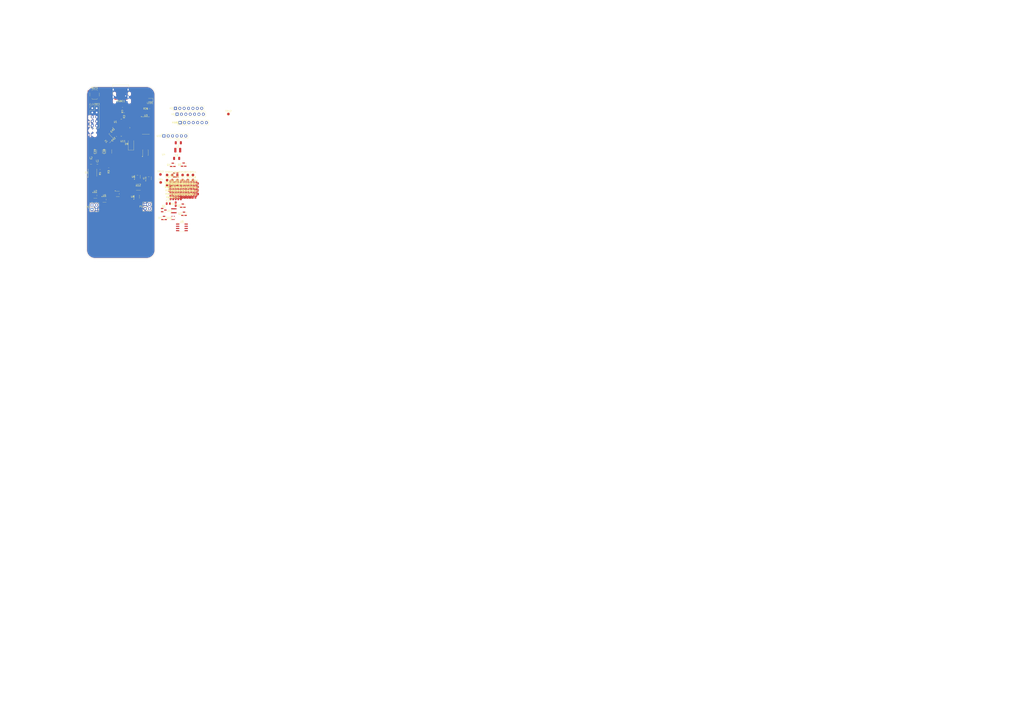
<source format=kicad_pcb>
(kicad_pcb (version 20241229) (generator "pcbnew") (generator_version "9.0")
  (layers (0 "F.Cu" signal) (4 "In1.Cu" power "GND") (6 "In2.Cu" power "VCC") (2 "B.Cu" signal) (13 "F.Paste" user) (15 "B.Paste" user) (5 "F.SilkS" user "F.Silkscreen") (7 "B.SilkS" user "B.Silkscreen") (1 "F.Mask" user) (3 "B.Mask" user) (25 "Edge.Cuts" user))
  (net 0 "")
  (net 1 "GND")
  (net 2 "Net-(U11-IN)")
  (net 3 "3V0")
  (net 4 "3V3")
  (net 5 "Vload")
  (net 6 "Net-(U11-ADJ)")
  (net 7 "Vbias")
  (net 8 "Net-(C9-Pad2)")
  (net 9 "PB03_PEAKDET_EN")
  (net 10 "USBSHIELD")
  (net 11 "RESET")
  (net 12 "SHAPER_OUT")
  (net 13 "Net-(Q1-C)")
  (net 14 "Net-(U4-+IN)")
  (net 15 "Net-(C29-Pad2)")
  (net 16 "Net-(C30-Pad2)")
  (net 17 "Net-(D2-C)")
  (net 18 "Net-(U6-VIN-)")
  (net 19 "Net-(U14--IN)")
  (net 20 "PA04_RAMP_OUT")
  (net 21 "Net-(U1-PA01)")
  (net 22 "Net-(U1-PA00)")
  (net 23 "Net-(U1-VDDCORE)")
  (net 24 "Net-(U1-VDDANA)")
  (net 25 "VL")
  (net 26 "Net-(D10-K)")
  (net 27 "USBDP")
  (net 28 "Vbus")
  (net 31 "USBDN")
  (net 32 "Net-(D2-A)")
  (net 33 "Net-(D3-K)")
  (net 34 "Net-(D4-A)")
  (net 35 "Net-(D4-K)")
  (net 36 "Net-(D6-K)")
  (net 37 "Net-(D6-A)")
  (net 38 "PA18_TRG_OUT")
  (net 39 "Net-(U3-Q0)")
  (net 40 "Net-(D8-A)")
  (net 41 "Net-(H2-Pad3)")
  (net 42 "Net-(H2-Pad5)")
  (net 43 "Net-(H2-Pad2)")
  (net 44 "Net-(H2-Pad4)")
  (net 45 "Net-(H2-Pad1)")
  (net 46 "Net-(H2-Pad6)")
  (net 47 "Net-(H3-Pad3)")
  (net 48 "Net-(H3-Pad2)")
  (net 49 "Net-(H3-Pad1)")
  (net 50 "Net-(H3-Pad6)")
  (net 51 "Net-(H3-Pad4)")
  (net 52 "Net-(H3-Pad5)")
  (net 53 "PA07_PEAKDET_OUT")
  (net 54 "SiPM_A")
  (net 55 "PA08_RESET")
  (net 56 "SWDCLK")
  (net 59 "SWDIO")
  (net 61 "Net-(L2-Pad2)")
  (net 62 "Net-(LED1-A)")
  (net 63 "Net-(LED1-C)")
  (net 64 "Net-(U2-VOUT)")
  (net 65 "PA17_SCL")
  (net 66 "PA16_SDA")
  (net 67 "Net-(Q1-B)")
  (net 68 "Net-(Q2-B)")
  (net 69 "VExt")
  (net 70 "PA21")
  (net 71 "Net-(Q4-D)")
  (net 72 "Net-(Q5-C)")
  (net 73 "USBVBUS")
  (net 74 "Net-(USBC1-CC1)")
  (net 75 "Net-(USBC1-CC2)")
  (net 76 "PA02_DAC_HV")
  (net 77 "Net-(BUT1-C)")
  (net 78 "Net-(U13-IN+)")
  (net 79 "PB10_HV_COMP_OUT")
  (net 80 "Net-(U13-IN-)")
  (net 81 "Net-(U4--IN)")
  (net 82 "Net-(U10-Y)")
  (net 83 "PA05_DAC_THR")
  (net 84 "PA11_RAMP_TRG")
  (net 85 "Net-(U14-+IN)")
  (net 86 "PA03_RAMP_EN")
  (net 87 "PA23_TRG_OUT")
  (net 88 "PA13_RX")
  (net 89 "PB11")
  (net 90 "PA20")
  (net 91 "PB08")
  (net 92 "PB02")
  (net 93 "PB23")
  (net 94 "PA06")
  (net 95 "PB22")
  (net 96 "PA22")
  (net 97 "PB09")
  (net 98 "PA09")
  (net 99 "TX")
  (net 100 "RX")
  (net 101 "PA15_PEAKDET_DISABLE")
  (net 102 "PA14_AFE_EN")
  (net 103 "PA10_PWM")
  (net 105 "PA12_TX")
  (net 112 "Net-(U9-Pad1)")
  (footprint "Capacitor_SMD:C_0805_2012Metric" (layer "F.Cu") (at 98.8752 106.4712)
    (property "Reference" "C55" (at 0 -1.68 0) (layer "F.SilkS"))
    (property "Value" "100nF")
    (pad "1" smd roundrect (at -0.95 0) (size 1 1.45) (layers "F.Cu" "F.Mask" "F.Paste") (net 1 "GND"))
    (pad "2" smd roundrect (at 0.95 0) (size 1 1.45) (layers "F.Cu" "F.Mask" "F.Paste") (net 4 "3V3"))
  )
  (footprint "Capacitor_SMD:C_0805_2012Metric" (layer "F.Cu") (at 100.3752 106.4712)
    (property "Reference" "C27" (at 0 -1.68 0) (layer "F.SilkS"))
    (property "Value" "100nF")
    (pad "1" smd roundrect (at -0.95 0) (size 1 1.45) (layers "F.Cu" "F.Mask" "F.Paste") (net 1 "GND"))
    (pad "2" smd roundrect (at 0.95 0) (size 1 1.45) (layers "F.Cu" "F.Mask" "F.Paste") (net 4 "3V3"))
  )
  (footprint "Capacitor_SMD:C_0805_2012Metric" (layer "F.Cu") (at 101.8752 106.4712)
    (property "Reference" "C29" (at 0 -1.68 0) (layer "F.SilkS"))
    (property "Value" "1nF")
    (pad "1" smd roundrect (at -0.95 0) (size 1 1.45) (layers "F.Cu" "F.Mask" "F.Paste") (net 1 "GND"))
    (pad "2" smd roundrect (at 0.95 0) (size 1 1.45) (layers "F.Cu" "F.Mask" "F.Paste") (net 15 "Net-(C29-Pad2)"))
  )
  (footprint "Capacitor_SMD:C_0805_2012Metric" (layer "F.Cu") (at 103.3752 106.4712)
    (property "Reference" "C49" (at 0 -1.68 0) (layer "F.SilkS"))
    (property "Value" "4.7uF")
    (pad "1" smd roundrect (at -0.95 0) (size 1 1.45) (layers "F.Cu" "F.Mask" "F.Paste") (net 1 "GND"))
    (pad "2" smd roundrect (at 0.95 0) (size 1 1.45) (layers "F.Cu" "F.Mask" "F.Paste") (net 24 "Net-(U1-VDDANA)"))
  )
  (footprint "Capacitor_SMD:C_0805_2012Metric" (layer "F.Cu") (at 104.8752 106.4712)
    (property "Reference" "C23" (at 0 -1.68 0) (layer "F.SilkS"))
    (property "Value" "100nF")
    (pad "1" smd roundrect (at -0.95 0) (size 1 1.45) (layers "F.Cu" "F.Mask" "F.Paste") (net 1 "GND"))
    (pad "2" smd roundrect (at 0.95 0) (size 1 1.45) (layers "F.Cu" "F.Mask" "F.Paste") (net 4 "3V3"))
  )
  (footprint "TestPoint:TestPoint_Pad_D1.5mm" (layer "F.Cu") (at 132.4356 66.0908)
    (property "Reference" "TP12" (at 0 -1.648 0) (layer "F.SilkS"))
    (property "Value" "1-POINT TEST POINT")
    (pad "1" smd circle (at 0 0) (size 1.5 1.5) (layers "F.Cu" "F.Mask") (net 69 "VExt"))
  )
  (footprint "Package_TO_SOT_SMD:SOT-23" (layer "F.Cu") (at 94.9452 121.8184)
    (property "Reference" "Q1" (at 0 -2.4 0) (layer "F.SilkS"))
    (property "Value" "BC847_C2910145")
    (pad "1" smd roundrect (at -0.9375 -0.95) (size 1.475 0.6) (layers "F.Cu" "F.Mask" "F.Paste") (net 67 "Net-(Q1-B)"))
    (pad "2" smd roundrect (at -0.9375 0.95) (size 1.475 0.6) (layers "F.Cu" "F.Mask" "F.Paste") (net 1 "GND"))
    (pad "3" smd roundrect (at 0.9375 0) (size 1.475 0.6) (layers "F.Cu" "F.Mask" "F.Paste") (net 13 "Net-(Q1-C)"))
  )
  (footprint "Capacitor_SMD:C_0805_2012Metric" (layer "F.Cu") (at 106.3752 106.4712)
    (property "Reference" "C31" (at 0 -1.68 0) (layer "F.SilkS"))
    (property "Value" "1uF")
    (pad "1" smd roundrect (at -0.95 0) (size 1 1.45) (layers "F.Cu" "F.Mask" "F.Paste") (net 1 "GND"))
    (pad "2" smd roundrect (at 0.95 0) (size 1 1.45) (layers "F.Cu" "F.Mask" "F.Paste") (net 7 "Vbias"))
  )
  (footprint "Resistor_SMD:R_0805_2012Metric" (layer "F.Cu") (at 98.8752 106.4712 90)
    (property "Reference" "R20" (at 0 -1.65 0) (layer "F.SilkS"))
    (property "Value" "100Ω")
    (pad "1" smd roundrect (at -0.9125 0) (size 1.025 1.4) (layers "F.Cu" "F.Mask" "F.Paste") (roundrect_rratio 0.243902) (net 35 "Net-(D4-K)"))
    (pad "2" smd roundrect (at 0.9125 0) (size 1.025 1.4) (layers "F.Cu" "F.Mask" "F.Paste") (roundrect_rratio 0.243902) (net 13 "Net-(Q1-C)"))
  )
  (footprint "TestPoint:TestPoint_Pad_D1.5mm" (layer "F.Cu") (at 96.8752 101.4712)
    (property "Reference" "TP9" (at 0 -1.648 0) (layer "F.SilkS"))
    (property "Value" "1-POINT TEST POINT")
    (pad "1" smd circle (at 0 0) (size 1.5 1.5) (layers "F.Cu" "F.Mask") (net 54 "SiPM_A"))
  )
  (footprint "Capacitor_SMD:C_0805_2012Metric" (layer "F.Cu") (at 107.8752 106.4712)
    (property "Reference" "C19" (at 0 -1.68 0) (layer "F.SilkS"))
    (property "Value" "4.7uF")
    (pad "1" smd roundrect (at -0.95 0) (size 1 1.45) (layers "F.Cu" "F.Mask" "F.Paste") (net 1 "GND"))
    (pad "2" smd roundrect (at 0.95 0) (size 1 1.45) (layers "F.Cu" "F.Mask" "F.Paste") (net 4 "3V3"))
  )
  (footprint "Connector_PinHeader_2.54mm:PinHeader_1x07_P2.54mm_Vertical" (layer "F.Cu") (at 101.7016 62.7888 90)
    (property "Reference" "H2" (at 0 -2.38 0) (layer "F.SilkS"))
    (property "Value" "KH-2.54PH180-1X7P-L11.5")
    (pad "1" thru_hole rect (at 0 0) (size 1.7 1.7) (drill 1) (layers "*.Cu" "*.Mask") (net 45 "Net-(H2-Pad1)"))
    (pad "2" thru_hole circle (at 0 2.54) (size 1.7 1.7) (drill 1) (layers "*.Cu" "*.Mask") (net 43 "Net-(H2-Pad2)"))
    (pad "3" thru_hole circle (at 0 5.08) (size 1.7 1.7) (drill 1) (layers "*.Cu" "*.Mask") (net 41 "Net-(H2-Pad3)"))
    (pad "4" thru_hole circle (at 0 7.62) (size 1.7 1.7) (drill 1) (layers "*.Cu" "*.Mask") (net 44 "Net-(H2-Pad4)"))
    (pad "5" thru_hole circle (at 0 10.16) (size 1.7 1.7) (drill 1) (layers "*.Cu" "*.Mask") (net 42 "Net-(H2-Pad5)"))
    (pad "6" thru_hole circle (at 0 12.7) (size 1.7 1.7) (drill 1) (layers "*.Cu" "*.Mask") (net 46 "Net-(H2-Pad6)"))
    (pad "7" thru_hole circle (at 0 15.24) (size 1.7 1.7) (drill 1) (layers "*.Cu" "*.Mask") (net 4 "3V3"))
  )
  (footprint "Resistor_SMD:R_0805_2012Metric" (layer "F.Cu") (at 100.3752 106.4712 90)
    (property "Reference" "R42" (at 0 -1.65 0) (layer "F.SilkS"))
    (property "Value" "100kΩ")
    (pad "1" smd roundrect (at -0.9125 0) (size 1.025 1.4) (layers "F.Cu" "F.Mask" "F.Paste") (roundrect_rratio 0.243902) (net 1 "GND"))
    (pad "2" smd roundrect (at 0.9125 0) (size 1.025 1.4) (layers "F.Cu" "F.Mask" "F.Paste") (roundrect_rratio 0.243902) (net 71 "Net-(Q4-D)"))
  )
  (footprint "Capacitor_SMD:C_0805_2012Metric" (layer "F.Cu") (at 109.3752 106.4712)
    (property "Reference" "C1" (at 0 -1.68 0) (layer "F.SilkS"))
    (property "Value" "1uF")
    (pad "1" smd roundrect (at -0.95 0) (size 1 1.45) (layers "F.Cu" "F.Mask" "F.Paste") (net 1 "GND"))
    (pad "2" smd roundrect (at 0.95 0) (size 1 1.45) (layers "F.Cu" "F.Mask" "F.Paste") (net 2 "Net-(U11-IN)"))
  )
  (footprint "Capacitor_SMD:C_0805_2012Metric" (layer "F.Cu") (at 110.8752 106.4712)
    (property "Reference" "C37" (at 0 -1.68 0) (layer "F.SilkS"))
    (property "Value" "1uF")
    (pad "1" smd roundrect (at -0.95 0) (size 1 1.45) (layers "F.Cu" "F.Mask" "F.Paste") (net 20 "PA04_RAMP_OUT"))
    (pad "2" smd roundrect (at 0.95 0) (size 1 1.45) (layers "F.Cu" "F.Mask" "F.Paste") (net 19 "Net-(U14--IN)"))
  )
  (footprint "Package_TO_SOT_SMD:SOT-23-6" (layer "F.Cu") (at 79.2836 114.0151 90)
    (property "Reference" "U8" (at 0 -2.4 0) (layer "F.SilkS"))
    (property "Value" "TLR341G-GTR")
    (pad "1" smd roundrect (at -1.1375 -0.95) (size 1.325 0.6) (layers "F.Cu" "F.Mask" "F.Paste") (net 13 "Net-(Q1-C)"))
    (pad "2" smd roundrect (at -1.1375 0) (size 1.325 0.6) (layers "F.Cu" "F.Mask" "F.Paste") (net 1 "GND"))
    (pad "3" smd roundrect (at -1.1375 0.95) (size 1.325 0.6) (layers "F.Cu" "F.Mask" "F.Paste") (net 53 "PA07_PEAKDET_OUT"))
    (pad "4" smd roundrect (at 1.1375 0.95) (size 1.325 0.6) (layers "F.Cu" "F.Mask" "F.Paste") (net 53 "PA07_PEAKDET_OUT"))
    (pad "5" smd roundrect (at 1.1375 0) (size 1.325 0.6) (layers "F.Cu" "F.Mask" "F.Paste") (net 9 "PB03_PEAKDET_EN"))
    (pad "6" smd roundrect (at 1.1375 -0.95) (size 1.325 0.6) (layers "F.Cu" "F.Mask" "F.Paste") (net 4 "3V3"))
  )
  (footprint "Resistor_SMD:R_0805_2012Metric" (layer "F.Cu") (at 101.8752 106.4712 90)
    (property "Reference" "R44" (at 0 -1.65 0) (layer "F.SilkS"))
    (property "Value" "1kΩ")
    (pad "1" smd roundrect (at -0.9125 0) (size 1.025 1.4) (layers "F.Cu" "F.Mask" "F.Paste") (roundrect_rratio 0.243902) (net 49 "Net-(H3-Pad1)"))
    (pad "2" smd roundrect (at 0.9125 0) (size 1.025 1.4) (layers "F.Cu" "F.Mask" "F.Paste") (roundrect_rratio 0.243902) (net 90 "PA20"))
  )
  (footprint "Resistor_SMD:R_0805_2012Metric" (layer "F.Cu") (at 103.3752 106.4712 90)
    (property "Reference" "R35" (at 0 -1.65 0) (layer "F.SilkS"))
    (property "Value" "47kΩ")
    (pad "1" smd roundrect (at -0.9125 0) (size 1.025 1.4) (layers "F.Cu" "F.Mask" "F.Paste") (roundrect_rratio 0.243902) (net 1 "GND"))
    (pad "2" smd roundrect (at 0.9125 0) (size 1.025 1.4) (layers "F.Cu" "F.Mask" "F.Paste") (roundrect_rratio 0.243902) (net 85 "Net-(U14-+IN)"))
  )
  (footprint "Resistor_SMD:R_0805_2012Metric" (layer "F.Cu") (at 104.8752 106.4712 90)
    (property "Reference" "R49" (at 0 -1.65 0) (layer "F.SilkS"))
    (property "Value" "1kΩ")
    (pad "1" smd roundrect (at -0.9125 0) (size 1.025 1.4) (layers "F.Cu" "F.Mask" "F.Paste") (roundrect_rratio 0.243902) (net 52 "Net-(H3-Pad5)"))
    (pad "2" smd roundrect (at 0.9125 0) (size 1.025 1.4) (layers "F.Cu" "F.Mask" "F.Paste") (roundrect_rratio 0.243902) (net 95 "PB22"))
  )
  (footprint "Connector_PinHeader_2.54mm:PinHeader_2x02_P2.54mm_Vertical" (layer "F.Cu") (at 84.1248 121.0564 90)
    (property "Reference" "P1" (at 1.27 -2.38 0) (layer "F.SilkS"))
    (property "Value" "Header-Male-2.54_2x2")
    (pad "1" thru_hole rect (at 0 0) (size 1.7 1.7) (drill 1) (layers "*.Cu" "*.Mask") (net 1 "GND"))
    (pad "2" thru_hole circle (at 2.54 0) (size 1.7 1.7) (drill 1) (layers "*.Cu" "*.Mask") (net 1 "GND"))
    (pad "3" thru_hole circle (at 0 2.54) (size 1.7 1.7) (drill 1) (layers "*.Cu" "*.Mask") (net 54 "SiPM_A"))
    (pad "4" thru_hole circle (at 2.54 2.54) (size 1.7 1.7) (drill 1) (layers "*.Cu" "*.Mask") (net 7 "Vbias"))
  )
  (footprint "Resistor_SMD:R_0805_2012Metric" (layer "F.Cu") (at 106.3752 106.4712 90)
    (property "Reference" "R40" (at 0 -1.65 0) (layer "F.SilkS"))
    (property "Value" "1kΩ")
    (pad "1" smd roundrect (at -0.9125 0) (size 1.025 1.4) (layers "F.Cu" "F.Mask" "F.Paste") (roundrect_rratio 0.243902) (net 56 "SWDCLK"))
    (pad "2" smd roundrect (at 0.9125 0) (size 1.025 1.4) (layers "F.Cu" "F.Mask" "F.Paste") (roundrect_rratio 0.243902) (net 4 "3V3"))
  )
  (footprint "Button_Switch_SMD:SW_SPST_TL3342" (layer "F.Cu") (at 54.864 54.7624)
    (property "Reference" "BUT1" (at 0 -3.75 0) (layer "F.SilkS"))
    (property "Value" "TS-1187A-B-A-B")
    (pad "1" smd rect (at -3.15 -1.9) (size 1.7 1) (layers "F.Cu" "F.Mask" "F.Paste") (net 1 "GND"))
    (pad "1" smd rect (at 3.15 -1.9) (size 1.7 1) (layers "F.Cu" "F.Mask" "F.Paste") (net 1 "GND"))
    (pad "2" smd rect (at -3.15 1.9) (size 1.7 1) (layers "F.Cu" "F.Mask" "F.Paste") (net 1 "GND"))
    (pad "2" smd rect (at 3.15 1.9) (size 1.7 1) (layers "F.Cu" "F.Mask" "F.Paste") (net 1 "GND"))
  )
  (footprint "Resistor_SMD:R_0805_2012Metric" (layer "F.Cu") (at 107.8752 106.4712 90)
    (property "Reference" "R43" (at 0 -1.65 0) (layer "F.SilkS"))
    (property "Value" "1kΩ")
    (pad "1" smd roundrect (at -0.9125 0) (size 1.025 1.4) (layers "F.Cu" "F.Mask" "F.Paste") (roundrect_rratio 0.243902) (net 48 "Net-(H3-Pad2)"))
    (pad "2" smd roundrect (at 0.9125 0) (size 1.025 1.4) (layers "F.Cu" "F.Mask" "F.Paste") (roundrect_rratio 0.243902) (net 89 "PB11"))
  )
  (footprint "Capacitor_SMD:C_0805_2012Metric" (layer "F.Cu") (at 112.3752 106.4712)
    (property "Reference" "C18" (at 0 -1.68 0) (layer "F.SilkS"))
    (property "Value" "100nF")
    (pad "1" smd roundrect (at -0.95 0) (size 1 1.45) (layers "F.Cu" "F.Mask" "F.Paste") (net 1 "GND"))
    (pad "2" smd roundrect (at 0.95 0) (size 1 1.45) (layers "F.Cu" "F.Mask" "F.Paste") (net 4 "3V3"))
  )
  (footprint "Capacitor_SMD:C_0805_2012Metric" (layer "F.Cu") (at 113.8752 106.4712)
    (property "Reference" "C2" (at 0 -1.68 0) (layer "F.SilkS"))
    (property "Value" "10nF")
    (pad "1" smd roundrect (at -0.95 0) (size 1 1.45) (layers "F.Cu" "F.Mask" "F.Paste") (net 1 "GND"))
    (pad "2" smd roundrect (at 0.95 0) (size 1 1.45) (layers "F.Cu" "F.Mask" "F.Paste") (net 3 "3V0"))
  )
  (footprint "Resistor_SMD:R_0805_2012Metric" (layer "F.Cu") (at 109.3752 106.4712 90)
    (property "Reference" "R18" (at 0 -1.65 0) (layer "F.SilkS"))
    (property "Value" "100Ω")
    (pad "1" smd roundrect (at -0.9125 0) (size 1.025 1.4) (layers "F.Cu" "F.Mask" "F.Paste") (roundrect_rratio 0.243902) (net 1 "GND"))
    (pad "2" smd roundrect (at 0.9125 0) (size 1.025 1.4) (layers "F.Cu" "F.Mask" "F.Paste") (roundrect_rratio 0.243902) (net 54 "SiPM_A"))
  )
  (footprint "Capacitor_SMD:C_0805_2012Metric" (layer "F.Cu") (at 66.997942 79.579223 135)
    (property "Reference" "C42" (at 0 -1.679999 45) (layer "F.SilkS"))
    (property "Value" "18pF")
    (pad "1" smd roundrect (at -0.949999 0 45) (size 1 1.45) (layers "F.Cu" "F.Mask" "F.Paste") (net 1 "GND"))
    (pad "2" smd roundrect (at 0.949999 0 45) (size 1 1.45) (layers "F.Cu" "F.Mask" "F.Paste") (net 21 "Net-(U1-PA01)"))
  )
  (footprint "TestPoint:TestPoint_Pad_D1.5mm" (layer "F.Cu") (at 99.8752 101.4712)
    (property "Reference" "TP10" (at 0 -1.648 0) (layer "F.SilkS"))
    (property "Value" "1-POINT TEST POINT")
    (pad "1" smd circle (at 0 0) (size 1.5 1.5) (layers "F.Cu" "F.Mask") (net 12 "SHAPER_OUT"))
  )
  (footprint "Capacitor_SMD:C_0805_2012Metric" (layer "F.Cu") (at 98.8752 108.4712)
    (property "Reference" "C16" (at 0 -1.68 0) (layer "F.SilkS"))
    (property "Value" "1nF")
    (pad "1" smd roundrect (at -0.95 0) (size 1 1.45) (layers "F.Cu" "F.Mask" "F.Paste") (net 1 "GND"))
    (pad "2" smd roundrect (at 0.95 0) (size 1 1.45) (layers "F.Cu" "F.Mask" "F.Paste") (net 13 "Net-(Q1-C)"))
  )
  (footprint "Capacitor_SMD:C_0805_2012Metric" (layer "F.Cu") (at 100.3752 108.4712)
    (property "Reference" "C33" (at 0 -1.68 0) (layer "F.SilkS"))
    (property "Value" "1uF")
    (pad "1" smd roundrect (at -0.95 0) (size 1 1.45) (layers "F.Cu" "F.Mask" "F.Paste") (net 1 "GND"))
    (pad "2" smd roundrect (at 0.95 0) (size 1 1.45) (layers "F.Cu" "F.Mask" "F.Paste") (net 4 "3V3"))
  )
  (footprint "Resistor_SMD:R_0805_2012Metric" (layer "F.Cu") (at 110.8752 106.4712 90)
    (property "Reference" "R33" (at 0 -1.65 0) (layer "F.SilkS"))
    (property "Value" "1kΩ")
    (pad "1" smd roundrect (at -0.9125 0) (size 1.025 1.4) (layers "F.Cu" "F.Mask" "F.Paste") (roundrect_rratio 0.243902) (net 83 "PA05_DAC_THR"))
    (pad "2" smd roundrect (at 0.9125 0) (size 1.025 1.4) (layers "F.Cu" "F.Mask" "F.Paste") (roundrect_rratio 0.243902) (net 18 "Net-(U6-VIN-)"))
  )
  (footprint "Resistor_SMD:R_0805_2012Metric" (layer "F.Cu") (at 112.3752 106.4712 90)
    (property "Reference" "R50" (at 0 -1.65 0) (layer "F.SilkS"))
    (property "Value" "1kΩ")
    (pad "1" smd roundrect (at -0.9125 0) (size 1.025 1.4) (layers "F.Cu" "F.Mask" "F.Paste") (roundrect_rratio 0.243902) (net 47 "Net-(H3-Pad3)"))
    (pad "2" smd roundrect (at 0.9125 0) (size 1.025 1.4) (layers "F.Cu" "F.Mask" "F.Paste") (roundrect_rratio 0.243902) (net 87 "PA23_TRG_OUT"))
  )
  (footprint "Package_TO_SOT_SMD:SOT-23-6" (layer "F.Cu") (at 100.7872 122.2049 90)
    (property "Reference" "U14" (at 0 -2.4 0) (layer "F.SilkS"))
    (property "Value" "TLR341G-GTR")
    (pad "1" smd roundrect (at -1.1375 -0.95) (size 1.325 0.6) (layers "F.Cu" "F.Mask" "F.Paste") (net 85 "Net-(U14-+IN)"))
    (pad "2" smd roundrect (at -1.1375 0) (size 1.325 0.6) (layers "F.Cu" "F.Mask" "F.Paste") (net 1 "GND"))
    (pad "3" smd roundrect (at -1.1375 0.95) (size 1.325 0.6) (layers "F.Cu" "F.Mask" "F.Paste") (net 19 "Net-(U14--IN)"))
    (pad "4" smd roundrect (at 1.1375 0.95) (size 1.325 0.6) (layers "F.Cu" "F.Mask" "F.Paste") (net 20 "PA04_RAMP_OUT"))
    (pad "5" smd roundrect (at 1.1375 0) (size 1.325 0.6) (layers "F.Cu" "F.Mask" "F.Paste") (net 86 "PA03_RAMP_EN"))
    (pad "6" smd roundrect (at 1.1375 -0.95) (size 1.325 0.6) (layers "F.Cu" "F.Mask" "F.Paste") (net 4 "3V3"))
  )
  (footprint "Package_SO:SOIC-16_3.9x9.9mm_P1.27mm" (layer "F.Cu") (at 84.5454 72.8218)
    (property "Reference" "U3" (at 0 -5.9 0) (layer "F.SilkS"))
    (property "Value" "MC14043BDR2G")
    (pad "1" smd roundrect (at -2.475 -4.445) (size 1.95 0.6) (layers "F.Cu" "F.Mask" "F.Paste"))
    (pad "2" smd roundrect (at -2.475 -3.175) (size 1.95 0.6) (layers "F.Cu" "F.Mask" "F.Paste") (net 39 "Net-(U3-Q0)"))
    (pad "3" smd roundrect (at -2.475 -1.905) (size 1.95 0.6) (layers "F.Cu" "F.Mask" "F.Paste") (net 101 "PA15_PEAKDET_DISABLE"))
    (pad "4" smd roundrect (at -2.475 -0.635) (size 1.95 0.6) (layers "F.Cu" "F.Mask" "F.Paste") (net 38 "PA18_TRG_OUT"))
    (pad "5" smd roundrect (at -2.475 0.635) (size 1.95 0.6) (layers "F.Cu" "F.Mask" "F.Paste") (net 4 "3V3"))
    (pad "6" smd roundrect (at -2.475 1.905) (size 1.95 0.6) (layers "F.Cu" "F.Mask" "F.Paste") (net 1 "GND"))
    (pad "7" smd roundrect (at -2.475 3.175) (size 1.95 0.6) (layers "F.Cu" "F.Mask" "F.Paste") (net 1 "GND"))
    (pad "8" smd roundrect (at -2.475 4.445) (size 1.95 0.6) (layers "F.Cu" "F.Mask" "F.Paste") (net 1 "GND"))
    (pad "9" smd roundrect (at 2.475 4.445) (size 1.95 0.6) (layers "F.Cu" "F.Mask" "F.Paste"))
    (pad "10" smd roundrect (at 2.475 3.175) (size 1.95 0.6) (layers "F.Cu" "F.Mask" "F.Paste"))
    (pad "11" smd roundrect (at 2.475 1.905) (size 1.95 0.6) (layers "F.Cu" "F.Mask" "F.Paste") (net 1 "GND"))
    (pad "12" smd roundrect (at 2.475 0.635) (size 1.95 0.6) (layers "F.Cu" "F.Mask" "F.Paste") (net 1 "GND"))
    (pad "13" smd roundrect (at 2.475 -0.635) (size 1.95 0.6) (layers "F.Cu" "F.Mask" "F.Paste"))
    (pad "14" smd roundrect (at 2.475 -1.905) (size 1.95 0.6) (layers "F.Cu" "F.Mask" "F.Paste") (net 1 "GND"))
    (pad "15" smd roundrect (at 2.475 -3.175) (size 1.95 0.6) (layers "F.Cu" "F.Mask" "F.Paste") (net 1 "GND"))
    (pad "16" smd roundrect (at 2.475 -4.445) (size 1.95 0.6) (layers "F.Cu" "F.Mask" "F.Paste") (net 4 "3V3"))
  )
  (footprint "Capacitor_SMD:C_0805_2012Metric" (layer "F.Cu") (at 101.8752 108.4712)
    (property "Reference" "C9" (at 0 -1.68 0) (layer "F.SilkS"))
    (property "Value" "30pF")
    (pad "1" smd roundrect (at -0.95 0) (size 1 1.45) (layers "F.Cu" "F.Mask" "F.Paste") (net 9 "PB03_PEAKDET_EN"))
    (pad "2" smd roundrect (at 0.95 0) (size 1 1.45) (layers "F.Cu" "F.Mask" "F.Paste") (net 8 "Net-(C9-Pad2)"))
  )
  (footprint "Package_TO_SOT_SMD:SOT-23" (layer "F.Cu") (at 100.1776 95.5548 90)
    (property "Reference" "Q4" (at 0 -2.4 0) (layer "F.SilkS"))
    (property "Value" "AO3401A")
    (pad "1" smd roundrect (at -0.9375 -0.95) (size 1.475 0.6) (layers "F.Cu" "F.Mask" "F.Paste") (net 70 "PA21"))
    (pad "2" smd roundrect (at -0.9375 0.95) (size 1.475 0.6) (layers "F.Cu" "F.Mask" "F.Paste") (net 26 "Net-(D10-K)"))
    (pad "3" smd roundrect (at 0.9375 0) (size 1.475 0.6) (layers "F.Cu" "F.Mask" "F.Paste") (net 71 "Net-(Q4-D)"))
  )
  (footprint "Package_SO:SO-8_3.9x4.9mm_P1.27mm" (layer "F.Cu") (at 53.594 100.076 90)
    (property "Reference" "D1" (at 0 -3.4 0) (layer "F.SilkS"))
    (property "Value" "NUP2114UCMR6T1G")
    (pad "1" smd roundrect (at -2.575 -1.905) (size 1.75 0.6) (layers "F.Cu" "F.Mask" "F.Paste") (net 31 "USBDN"))
    (pad "2" smd roundrect (at -2.575 -0.635) (size 1.75 0.6) (layers "F.Cu" "F.Mask" "F.Paste") (net 1 "GND"))
    (pad "3" smd roundrect (at -2.575 0.635) (size 1.75 0.6) (layers "F.Cu" "F.Mask" "F.Paste"))
    (pad "4" smd roundrect (at -2.575 1.905) (size 1.75 0.6) (layers "F.Cu" "F.Mask" "F.Paste"))
    (pad "5" smd roundrect (at 2.575 1.905) (size 1.75 0.6) (layers "F.Cu" "F.Mask" "F.Paste") (net 28 "Vbus"))
    (pad "6" smd roundrect (at 2.575 0.635) (size 1.75 0.6) (layers "F.Cu" "F.Mask" "F.Paste") (net 27 "USBDP"))
    (pad "7" smd roundrect (at 2.575 -0.635) (size 1.75 0.6) (layers "F.Cu" "F.Mask" "F.Paste"))
    (pad "8" smd roundrect (at 2.575 -1.905) (size 1.75 0.6) (layers "F.Cu" "F.Mask" "F.Paste"))
  )
  (footprint "Crystal:Crystal_SMD_3225-4Pin_3.2x2.5mm" (layer "F.Cu") (at 63.187942 80.188823 135)
    (property "Reference" "X1" (at 0 -2.450001 135) (layer "F.SilkS"))
    (property "Value" "32.768kHz")
    (pad "1" smd roundrect (at -1.1 0.85 135) (size 1.4 1.2) (layers "F.Cu" "F.Mask" "F.Paste") (roundrect_rratio 0.208333) (net 21 "Net-(U1-PA01)"))
    (pad "2" smd roundrect (at 1.1 0.85 135) (size 1.4 1.2) (layers "F.Cu" "F.Mask" "F.Paste") (roundrect_rratio 0.208333) (net 22 "Net-(U1-PA00)"))
    (pad "3" smd roundrect (at 1.1 -0.85 135) (size 1.4 1.2) (layers "F.Cu" "F.Mask" "F.Paste") (roundrect_rratio 0.208333))
    (pad "4" smd roundrect (at -1.1 -0.85 135) (size 1.4 1.2) (layers "F.Cu" "F.Mask" "F.Paste") (roundrect_rratio 0.208333))
  )
  (footprint "Capacitor_SMD:C_0805_2012Metric" (layer "F.Cu") (at 103.3752 108.4712)
    (property "Reference" "C14" (at 0 -1.68 0) (layer "F.SilkS"))
    (property "Value" "1uF")
    (pad "1" smd roundrect (at -0.95 0) (size 1 1.45) (layers "F.Cu" "F.Mask" "F.Paste") (net 1 "GND"))
    (pad "2" smd roundrect (at 0.95 0) (size 1 1.45) (layers "F.Cu" "F.Mask" "F.Paste") (net 4 "3V3"))
  )
  (footprint "Capacitor_SMD:C_0805_2012Metric" (layer "F.Cu") (at 104.8752 108.4712)
    (property "Reference" "C28" (at 0 -1.68 0) (layer "F.SilkS"))
    (property "Value" "1uF")
    (pad "1" smd roundrect (at -0.95 0) (size 1 1.45) (layers "F.Cu" "F.Mask" "F.Paste") (net 1 "GND"))
    (pad "2" smd roundrect (at 0.95 0) (size 1 1.45) (layers "F.Cu" "F.Mask" "F.Paste") (net 7 "Vbias"))
  )
  (footprint "Connector_PinHeader_2.54mm:PinHeader_2x05_P2.54mm_Vertical" (layer "F.Cu") (at 53.4874 62.6872)
    (property "Reference" "J-LINK1" (at 1.27 -2.38 0) (layer "F.SilkS"))
    (property "Value" "20021111-00010T4LF")
    (pad "1" thru_hole rect (at 0 0) (size 1.7 1.7) (drill 1) (layers "*.Cu" "*.Mask") (net 4 "3V3"))
    (pad "2" thru_hole circle (at 2.54 0) (size 1.7 1.7) (drill 1) (layers "*.Cu" "*.Mask") (net 59 "SWDIO"))
    (pad "3" thru_hole circle (at 0 2.54) (size 1.7 1.7) (drill 1) (layers "*.Cu" "*.Mask") (net 1 "GND"))
    (pad "4" thru_hole circle (at 2.54 2.54) (size 1.7 1.7) (drill 1) (layers "*.Cu" "*.Mask") (net 56 "SWDCLK"))
    (pad "5" thru_hole circle (at 0 5.08) (size 1.7 1.7) (drill 1) (layers "*.Cu" "*.Mask") (net 1 "GND"))
    (pad "6" thru_hole circle (at 2.54 5.08) (size 1.7 1.7) (drill 1) (layers "*.Cu" "*.Mask"))
    (pad "7" thru_hole circle (at 0 7.62) (size 1.7 1.7) (drill 1) (layers "*.Cu" "*.Mask"))
    (pad "8" thru_hole circle (at 2.54 7.62) (size 1.7 1.7) (drill 1) (layers "*.Cu" "*.Mask"))
    (pad "9" thru_hole circle (at 0 10.16) (size 1.7 1.7) (drill 1) (layers "*.Cu" "*.Mask") (net 1 "GND"))
    (pad "10" thru_hole circle (at 2.54 10.16) (size 1.7 1.7) (drill 1) (layers "*.Cu" "*.Mask") (net 11 "RESET"))
  )
  (footprint "Resistor_SMD:R_0805_2012Metric" (layer "F.Cu") (at 113.8752 106.4712 90)
    (property "Reference" "R30" (at 0 -1.65 0) (layer "F.SilkS"))
    (property "Value" "1kΩ")
    (pad "1" smd roundrect (at -0.9125 0) (size 1.025 1.4) (layers "F.Cu" "F.Mask" "F.Paste") (roundrect_rratio 0.243902) (net 16 "Net-(C30-Pad2)"))
    (pad "2" smd roundrect (at 0.9125 0) (size 1.025 1.4) (layers "F.Cu" "F.Mask" "F.Paste") (roundrect_rratio 0.243902) (net 14 "Net-(U4-+IN)"))
  )
  (footprint "Resistor_SMD:R_0805_2012Metric" (layer "F.Cu") (at 86.106 62.992 90)
    (property "Reference" "R26" (at 0 -1.65 0) (layer "F.SilkS"))
    (property "Value" "2.2kΩ")
    (pad "1" smd roundrect (at -0.9125 0) (size 1.025 1.4) (layers "F.Cu" "F.Mask" "F.Paste") (roundrect_rratio 0.243902) (net 8 "Net-(C9-Pad2)"))
    (pad "2" smd roundrect (at 0.9125 0) (size 1.025 1.4) (layers "F.Cu" "F.Mask" "F.Paste") (roundrect_rratio 0.243902) (net 67 "Net-(Q1-B)"))
  )
  (footprint "Resistor_SMD:R_0805_2012Metric" (layer "F.Cu") (at 98.8752 108.4712 90)
    (property "Reference" "R21" (at 0 -1.65 0) (layer "F.SilkS"))
    (property "Value" "6.8kΩ")
    (pad "1" smd roundrect (at -0.9125 0) (size 1.025 1.4) (layers "F.Cu" "F.Mask" "F.Paste") (roundrect_rratio 0.243902) (net 55 "PA08_RESET"))
    (pad "2" smd roundrect (at 0.9125 0) (size 1.025 1.4) (layers "F.Cu" "F.Mask" "F.Paste") (roundrect_rratio 0.243902) (net 67 "Net-(Q1-B)"))
  )
  (footprint "Connector_PinHeader_2.54mm:PinHeader_1x07_P2.54mm_Vertical" (layer "F.Cu") (at 102.6668 66.1924 90)
    (property "Reference" "H3" (at 0 -2.38 0) (layer "F.SilkS"))
    (property "Value" "KH-2.54PH180-1X7P-L11.5")
    (pad "1" thru_hole rect (at 0 0) (size 1.7 1.7) (drill 1) (layers "*.Cu" "*.Mask") (net 49 "Net-(H3-Pad1)"))
    (pad "2" thru_hole circle (at 0 2.54) (size 1.7 1.7) (drill 1) (layers "*.Cu" "*.Mask") (net 48 "Net-(H3-Pad2)"))
    (pad "3" thru_hole circle (at 0 5.08) (size 1.7 1.7) (drill 1) (layers "*.Cu" "*.Mask") (net 47 "Net-(H3-Pad3)"))
    (pad "4" thru_hole circle (at 0 7.62) (size 1.7 1.7) (drill 1) (layers "*.Cu" "*.Mask") (net 51 "Net-(H3-Pad4)"))
    (pad "5" thru_hole circle (at 0 10.16) (size 1.7 1.7) (drill 1) (layers "*.Cu" "*.Mask") (net 52 "Net-(H3-Pad5)"))
    (pad "6" thru_hole circle (at 0 12.7) (size 1.7 1.7) (drill 1) (layers "*.Cu" "*.Mask") (net 50 "Net-(H3-Pad6)"))
    (pad "7" thru_hole circle (at 0 15.24) (size 1.7 1.7) (drill 1) (layers "*.Cu" "*.Mask") (net 1 "GND"))
  )
  (footprint "Capacitor_SMD:C_0805_2012Metric" (layer "F.Cu") (at 106.3752 108.4712)
    (property "Reference" "C51" (at 0 -1.68 0) (layer "F.SilkS"))
    (property "Value" "100nF")
    (pad "1" smd roundrect (at -0.95 0) (size 1 1.45) (layers "F.Cu" "F.Mask" "F.Paste") (net 1 "GND"))
    (pad "2" smd roundrect (at 0.95 0) (size 1 1.45) (layers "F.Cu" "F.Mask" "F.Paste") (net 4 "3V3"))
  )
  (footprint "Package_TO_SOT_SMD:SOT-23-5" (layer "F.Cu") (at 79.6911 102.4636 90)
    (property "Reference" "U6" (at 0 -2.4 0) (layer "F.SilkS"))
    (property "Value" "TLV3201AIDBVT")
    (pad "1" smd roundrect (at -1.1375 -0.95) (size 1.325 0.6) (layers "F.Cu" "F.Mask" "F.Paste") (net 38 "PA18_TRG_OUT"))
    (pad "2" smd roundrect (at -1.1375 0) (size 1.325 0.6) (layers "F.Cu" "F.Mask" "F.Paste") (net 1 "GND"))
    (pad "3" smd roundrect (at -1.1375 0.95) (size 1.325 0.6) (layers "F.Cu" "F.Mask" "F.Paste") (net 12 "SHAPER_OUT"))
    (pad "4" smd roundrect (at 1.1375 0.95) (size 1.325 0.6) (layers "F.Cu" "F.Mask" "F.Paste") (net 18 "Net-(U6-VIN-)"))
    (pad "5" smd roundrect (at 1.1375 -0.95) (size 1.325 0.6) (layers "F.Cu" "F.Mask" "F.Paste") (net 4 "3V3"))
  )
  (footprint "TestPoint:TestPoint_Pad_D1.5mm" (layer "F.Cu") (at 102.8752 101.4712)
    (property "Reference" "TP6" (at 0 -1.648 0) (layer "F.SilkS"))
    (property "Value" "1-POINT TEST POINT")
    (pad "1" smd circle (at 0 0) (size 1.5 1.5) (layers "F.Cu" "F.Mask") (net 64 "Net-(U2-VOUT)"))
  )
  (footprint "Capacitor_SMD:C_0805_2012Metric" (layer "F.Cu") (at 107.8752 108.4712)
    (property "Reference" "C26" (at 0 -1.68 0) (layer "F.SilkS"))
    (property "Value" "100nF")
    (pad "1" smd roundrect (at -0.95 0) (size 1 1.45) (layers "F.Cu" "F.Mask" "F.Paste") (net 1 "GND"))
    (pad "2" smd roundrect (at 0.95 0) (size 1 1.45) (layers "F.Cu" "F.Mask" "F.Paste") (net 4 "3V3"))
  )
  (footprint "Connector_PinHeader_2.54mm:PinHeader_1x02_P2.54mm_Vertical" (layer "F.Cu") (at 104.4448 71.0692 90)
    (property "Reference" "MEAS1" (at 0 -2.38 0) (layer "F.SilkS"))
    (property "Value" "KH-2.54PH90-1X2P-L13.8")
    (pad "1" thru_hole rect (at 0 0) (size 1.7 1.7) (drill 1) (layers "*.Cu" "*.Mask") (net 64 "Net-(U2-VOUT)"))
    (pad "2" thru_hole circle (at 0 2.54) (size 1.7 1.7) (drill 1) (layers "*.Cu" "*.Mask") (net 4 "3V3"))
  )
  (footprint "Capacitor_SMD:C_0805_2012Metric" (layer "F.Cu") (at 109.3752 108.4712)
    (property "Reference" "C41" (at 0 -1.68 0) (layer "F.SilkS"))
    (property "Value" "100nF")
    (pad "1" smd roundrect (at -0.95 0) (size 1 1.45) (layers "F.Cu" "F.Mask" "F.Paste") (net 1 "GND"))
    (pad "2" smd roundrect (at 0.95 0) (size 1 1.45) (layers "F.Cu" "F.Mask" "F.Paste") (net 4 "3V3"))
  )
  (footprint "Capacitor_SMD:C_0805_2012Metric" (layer "F.Cu") (at 110.8752 108.4712)
    (property "Reference" "C36" (at 0 -1.68 0) (layer "F.SilkS"))
    (property "Value" "100nF")
    (pad "1" smd roundrect (at -0.95 0) (size 1 1.45) (layers "F.Cu" "F.Mask" "F.Paste") (net 1 "GND"))
    (pad "2" smd roundrect (at 0.95 0) (size 1 1.45) (layers "F.Cu" "F.Mask" "F.Paste") (net 4 "3V3"))
  )
  (footprint "Capacitor_SMD:C_0805_2012Metric" (layer "F.Cu") (at 112.3752 108.4712)
    (property "Reference" "C8" (at 0 -1.68 0) (layer "F.SilkS"))
    (property "Value" "10nF")
    (pad "1" smd roundrect (at -0.95 0) (size 1 1.45) (layers "F.Cu" "F.Mask" "F.Paste") (net 6 "Net-(U11-ADJ)"))
    (pad "2" smd roundrect (at 0.95 0) (size 1 1.45) (layers "F.Cu" "F.Mask" "F.Paste") (net 7 "Vbias"))
  )
  (footprint "TestPoint:TestPoint_Pad_D1.5mm" (layer "F.Cu") (at 105.8752 101.4712)
    (property "Reference" "TP15" (at 0 -1.648 0) (layer "F.SilkS"))
    (property "Value" "1-POINT TEST POINT")
    (pad "1" smd circle (at 0 0) (size 1.5 1.5) (layers "F.Cu" "F.Mask") (net 100 "RX"))
  )
  (footprint "Resistor_SMD:R_0805_2012Metric" (layer "F.Cu") (at 101.854 118.3659 90)
    (property "Reference" "R31" (at 0 -1.65 0) (layer "F.SilkS"))
    (property "Value" "510Ω")
    (pad "1" smd roundrect (at -0.9125 0) (size 1.025 1.4) (layers "F.Cu" "F.Mask" "F.Paste") (roundrect_rratio 0.243902) (net 33 "Net-(D3-K)"))
    (pad "2" smd roundrect (at 0.9125 0) (size 1.025 1.4) (layers "F.Cu" "F.Mask" "F.Paste") (roundrect_rratio 0.243902) (net 16 "Net-(C30-Pad2)"))
  )
  (footprint "Diode_SMD:D_SOD-123" (layer "F.Cu") (at 98.8752 106.4712 90)
    (property "Reference" "D5" (at 0 -2 0) (layer "F.SilkS"))
    (property "Value" "1N4148W_C81598")
    (pad "1" smd roundrect (at -1.65 0) (size 0.9 1.2) (layers "F.Cu" "F.Mask" "F.Paste") (net 3 "3V0"))
    (pad "2" smd roundrect (at 1.65 0) (size 0.9 1.2) (layers "F.Cu" "F.Mask" "F.Paste") (net 33 "Net-(D3-K)"))
  )
  (footprint "Package_TO_SOT_SMD:SOT-23" (layer "F.Cu") (at 100.8752 106.4712 90)
    (property "Reference" "D2" (at 0 -2.4 0) (layer "F.SilkS"))
    (property "Value" "BAS21HT1G")
    (pad "1" smd roundrect (at -0.9375 -0.95) (size 1.475 0.6) (layers "F.Cu" "F.Mask" "F.Paste") (net 17 "Net-(D2-C)"))
    (pad "2" smd roundrect (at -0.9375 0.95) (size 1.475 0.6) (layers "F.Cu" "F.Mask" "F.Paste") (net 32 "Net-(D2-A)"))
    (pad "3" smd roundrect (at 0.9375 0) (size 1.475 0.6) (layers "F.Cu" "F.Mask" "F.Paste"))
  )
  (footprint "TestPoint:TestPoint_Pad_D1.5mm" (layer "F.Cu") (at 108.8752 101.4712)
    (property "Reference" "TP11" (at 0 -1.648 0) (layer "F.SilkS"))
    (property "Value" "1-POINT TEST POINT")
    (pad "1" smd circle (at 0 0) (size 1.5 1.5) (layers "F.Cu" "F.Mask") (net 38 "PA18_TRG_OUT"))
  )
  (footprint "Resistor_SMD:R_0805_2012Metric" (layer "F.Cu") (at 101.8752 108.4712 90)
    (property "Reference" "R9" (at 0 -1.65 0) (layer "F.SilkS"))
    (property "Value" "1kΩ")
    (pad "1" smd roundrect (at -0.9125 0) (size 1.025 1.4) (layers "F.Cu" "F.Mask" "F.Paste") (roundrect_rratio 0.243902) (net 76 "PA02_DAC_HV"))
    (pad "2" smd roundrect (at 0.9125 0) (size 1.025 1.4) (layers "F.Cu" "F.Mask" "F.Paste") (roundrect_rratio 0.243902) (net 15 "Net-(C29-Pad2)"))
  )
  (footprint "Capacitor_SMD:C_0805_2012Metric" (layer "F.Cu") (at 113.8752 108.4712)
    (property "Reference" "C44" (at 0 -1.68 0) (layer "F.SilkS"))
    (property "Value" "4.7uF")
    (pad "1" smd roundrect (at -0.95 0) (size 1 1.45) (layers "F.Cu" "F.Mask" "F.Paste") (net 1 "GND"))
    (pad "2" smd roundrect (at 0.95 0) (size 1 1.45) (layers "F.Cu" "F.Mask" "F.Paste") (net 4 "3V3"))
  )
  (footprint "Diode_SMD:D_SMA" (layer "F.Cu") (at 75.8952 83.4644 90)
    (property "Reference" "D9" (at 0 -2.5 0) (layer "F.SilkS"))
    (property "Value" "SS34_C8678")
    (pad "1" smd roundrect (at -2 0) (size 2.5 1.8) (layers "F.Cu" "F.Mask" "F.Paste") (roundrect_rratio 0.1388888889) (net 5 "Vload"))
    (pad "2" smd roundrect (at 2 0) (size 2.5 1.8) (layers "F.Cu" "F.Mask" "F.Paste") (roundrect_rratio 0.1388888889) (net 28 "Vbus"))
  )
  (footprint "Connector_PinSocket_2.54mm:PinSocket_1x06_P2.54mm_Vertical" (layer "F.Cu") (at 94.996 78.7908 90)
    (property "Reference" "U15" (at 0 -2.77 0) (layer "F.SilkS"))
    (property "Value" "803-87-006-10-001101")
    (pad "1" thru_hole rect (at 0 0) (size 1.7 1.7) (drill 1) (layers "*.Cu" "*.Mask") (net 1 "GND"))
    (pad "2" thru_hole circle (at 0 2.54) (size 1.7 1.7) (drill 1) (layers "*.Cu" "*.Mask") (net 69 "VExt"))
    (pad "3" thru_hole circle (at 0 5.08) (size 1.7 1.7) (drill 1) (layers "*.Cu" "*.Mask") (net 100 "RX"))
    (pad "4" thru_hole circle (at 0 7.62) (size 1.7 1.7) (drill 1) (layers "*.Cu" "*.Mask") (net 4 "3V3"))
    (pad "5" thru_hole circle (at 0 10.16) (size 1.7 1.7) (drill 1) (layers "*.Cu" "*.Mask") (net 99 "TX"))
    (pad "6" thru_hole circle (at 0 12.7) (size 1.7 1.7) (drill 1) (layers "*.Cu" "*.Mask") (net 25 "VL"))
  )
  (footprint "Resistor_SMD:R_0805_2012Metric" (layer "F.Cu") (at 103.3752 108.4712 90)
    (property "Reference" "R29" (at 0 -1.65 0) (layer "F.SilkS"))
    (property "Value" "1kΩ")
    (pad "1" smd roundrect (at -0.9125 0) (size 1.025 1.4) (layers "F.Cu" "F.Mask" "F.Paste") (roundrect_rratio 0.243902) (net 1 "GND"))
    (pad "2" smd roundrect (at 0.9125 0) (size 1.025 1.4) (layers "F.Cu" "F.Mask" "F.Paste") (roundrect_rratio 0.243902) (net 81 "Net-(U4--IN)"))
  )
  (footprint "Package_TO_SOT_SMD:SOT-23" (layer "F.Cu") (at 105.984 119.2553 90)
    (property "Reference" "Q3" (at 0 -2.4 0) (layer "F.SilkS"))
    (property "Value" "AO3401A")
    (pad "1" smd roundrect (at -0.9375 -0.95) (size 1.475 0.6) (layers "F.Cu" "F.Mask" "F.Paste") (net 28 "Vbus"))
    (pad "2" smd roundrect (at -0.9375 0.95) (size 1.475 0.6) (layers "F.Cu" "F.Mask" "F.Paste") (net 5 "Vload"))
    (pad "3" smd roundrect (at 0.9375 0) (size 1.475 0.6) (layers "F.Cu" "F.Mask" "F.Paste") (net 69 "VExt"))
  )
  (footprint "Diode_SMD:D_SOD-123" (layer "F.Cu") (at 102.8752 106.4712 90)
    (property "Reference" "D3" (at 0 -2 0) (layer "F.SilkS"))
    (property "Value" "1N4148W_C81598")
    (pad "1" smd roundrect (at -1.65 0) (size 0.9 1.2) (layers "F.Cu" "F.Mask" "F.Paste") (net 33 "Net-(D3-K)"))
    (pad "2" smd roundrect (at 1.65 0) (size 0.9 1.2) (layers "F.Cu" "F.Mask" "F.Paste") (net 1 "GND"))
  )
  (footprint "Resistor_SMD:R_0805_2012Metric" (layer "F.Cu") (at 104.8752 108.4712 90)
    (property "Reference" "R13" (at 0 -1.65 0) (layer "F.SilkS"))
    (property "Value" "100kΩ")
    (pad "1" smd roundrect (at -0.9125 0) (size 1.025 1.4) (layers "F.Cu" "F.Mask" "F.Paste") (roundrect_rratio 0.243902) (net 78 "Net-(U13-IN+)"))
    (pad "2" smd roundrect (at 0.9125 0) (size 1.025 1.4) (layers "F.Cu" "F.Mask" "F.Paste") (roundrect_rratio 0.243902) (net 4 "3V3"))
  )
  (footprint "Resistor_SMD:R_0805_2012Metric" (layer "F.Cu") (at 106.3752 108.4712 90)
    (property "Reference" "R15" (at 0 -1.65 0) (layer "F.SilkS"))
    (property "Value" "5.6MΩ")
    (pad "1" smd roundrect (at -0.9125 0) (size 1.025 1.4) (layers "F.Cu" "F.Mask" "F.Paste") (roundrect_rratio 0.243902) (net 6 "Net-(U11-ADJ)"))
    (pad "2" smd roundrect (at 0.9125 0) (size 1.025 1.4) (layers "F.Cu" "F.Mask" "F.Paste") (roundrect_rratio 0.243902) (net 7 "Vbias"))
  )
  (footprint "Capacitor_SMD:C_0805_2012Metric" (layer "F.Cu") (at 98.8752 110.4712)
    (property "Reference" "C15" (at 0 -1.68 0) (layer "F.SilkS"))
    (property "Value" "1nF")
    (pad "1" smd roundrect (at -0.95 0) (size 1 1.45) (layers "F.Cu" "F.Mask" "F.Paste") (net 1 "GND"))
    (pad "2" smd roundrect (at 0.95 0) (size 1 1.45) (layers "F.Cu" "F.Mask" "F.Paste") (net 12 "SHAPER_OUT"))
  )
  (footprint "Capacitor_SMD:C_0805_2012Metric" (layer "F.Cu") (at 100.3752 110.4712)
    (property "Reference" "C56" (at 0 -1.68 0) (layer "F.SilkS"))
    (property "Value" "100nF")
    (pad "1" smd roundrect (at -0.95 0) (size 1 1.45) (layers "F.Cu" "F.Mask" "F.Paste") (net 1 "GND"))
    (pad "2" smd roundrect (at 0.95 0) (size 1 1.45) (layers "F.Cu" "F.Mask" "F.Paste") (net 25 "VL"))
  )
  (footprint "Package_SO:SOIC-8_3.9x4.9mm_P1.27mm" (layer "F.Cu") (at 105.475 131.8514)
    (property "Reference" "U9" (at 0 -3.4 0) (layer "F.SilkS"))
    (property "Value" "MF-ASML020/6-2")
    (pad "1" smd roundrect (at -2.475 -1.905) (size 1.95 0.6) (layers "F.Cu" "F.Mask" "F.Paste") (net 112 "Net-(U9-Pad1)"))
    (pad "2" smd roundrect (at -2.475 -0.635) (size 1.95 0.6) (layers "F.Cu" "F.Mask" "F.Paste") (net 28 "Vbus"))
    (pad "3" smd roundrect (at -2.475 0.635) (size 1.95 0.6) (layers "F.Cu" "F.Mask" "F.Paste"))
    (pad "4" smd roundrect (at -2.475 1.905) (size 1.95 0.6) (layers "F.Cu" "F.Mask" "F.Paste"))
    (pad "5" smd roundrect (at 2.475 1.905) (size 1.95 0.6) (layers "F.Cu" "F.Mask" "F.Paste"))
    (pad "6" smd roundrect (at 2.475 0.635) (size 1.95 0.6) (layers "F.Cu" "F.Mask" "F.Paste"))
    (pad "7" smd roundrect (at 2.475 -0.635) (size 1.95 0.6) (layers "F.Cu" "F.Mask" "F.Paste"))
    (pad "8" smd roundrect (at 2.475 -1.905) (size 1.95 0.6) (layers "F.Cu" "F.Mask" "F.Paste"))
  )
  (footprint "Connector_PinHeader_2.54mm:PinHeader_2x02_P2.54mm_Vertical" (layer "F.Cu") (at 53.2892 121.412 90)
    (property "Reference" "P2" (at 1.27 -2.38 0) (layer "F.SilkS"))
    (property "Value" "Header-Male-2.54_2x2")
    (pad "1" thru_hole rect (at 0 0) (size 1.7 1.7) (drill 1) (layers "*.Cu" "*.Mask") (net 65 "PA17_SCL"))
    (pad "2" thru_hole circle (at 2.54 0) (size 1.7 1.7) (drill 1) (layers "*.Cu" "*.Mask") (net 66 "PA16_SDA"))
    (pad "3" thru_hole circle (at 0 2.54) (size 1.7 1.7) (drill 1) (layers "*.Cu" "*.Mask") (net 1 "GND"))
    (pad "4" thru_hole circle (at 2.54 2.54) (size 1.7 1.7) (drill 1) (layers "*.Cu" "*.Mask") (net 4 "3V3"))
  )
  (footprint "Resistor_SMD:R_0805_2012Metric" (layer "F.Cu") (at 107.8752 108.4712 90)
    (property "Reference" "R5" (at 0 -1.65 0) (layer "F.SilkS"))
    (property "Value" "220kΩ")
    (pad "1" smd roundrect (at -0.9125 0) (size 1.025 1.4) (layers "F.Cu" "F.Mask" "F.Paste") (roundrect_rratio 0.243902) (net 1 "GND"))
    (pad "2" smd roundrect (at 0.9125 0) (size 1.025 1.4) (layers "F.Cu" "F.Mask" "F.Paste") (roundrect_rratio 0.243902) (net 6 "Net-(U11-ADJ)"))
  )
  (footprint "Package_SO:MSOP-8_3x3mm_P0.65mm" (layer "F.Cu") (at 84.2674 88.5233 90)
    (property "Reference" "U4" (at -1.0121 10.5808 0) (layer "F.SilkS"))
    (property "Value" "LMV793MFX/NOPB")
    (pad "1" smd roundrect (at -2.1125 -0.975) (size 1.625 0.4) (layers "F.Cu" "F.Mask" "F.Paste") (net 12 "SHAPER_OUT"))
    (pad "2" smd roundrect (at -2.1125 -0.325) (size 1.625 0.4) (layers "F.Cu" "F.Mask" "F.Paste") (net 1 "GND"))
    (pad "3" smd roundrect (at -2.1125 0.325) (size 1.625 0.4) (layers "F.Cu" "F.Mask" "F.Paste") (net 14 "Net-(U4-+IN)"))
    (pad "4" smd roundrect (at -2.1125 0.975) (size 1.625 0.4) (layers "F.Cu" "F.Mask" "F.Paste") (net 81 "Net-(U4--IN)"))
    (pad "5" smd roundrect (at 2.1125 0.975) (size 1.625 0.4) (layers "F.Cu" "F.Mask" "F.Paste") (net 3 "3V0"))
    (pad "6" smd roundrect (at 2.1125 0.325) (size 1.625 0.4) (layers "F.Cu" "F.Mask" "F.Paste"))
    (pad "7" smd roundrect (at 2.1125 -0.325) (size 1.625 0.4) (layers "F.Cu" "F.Mask" "F.Paste"))
    (pad "8" smd roundrect (at 2.1125 -0.975) (size 1.625 0.4) (layers "F.Cu" "F.Mask" "F.Paste"))
  )
  (footprint "TestPoint:TestPoint_Pad_D1.5mm" (layer "F.Cu") (at 111.8752 101.4712)
    (property "Reference" "TP14" (at 0 -1.648 0) (layer "F.SilkS"))
    (property "Value" "1-POINT TEST POINT")
    (pad "1" smd circle (at 0 0) (size 1.5 1.5) (layers "F.Cu" "F.Mask") (net 99 "TX"))
  )
  (footprint "Resistor_SMD:R_0805_2012Metric" (layer "F.Cu") (at 109.3752 108.4712 90)
    (property "Reference" "R51" (at 0 -1.65 0) (layer "F.SilkS"))
    (property "Value" "1kΩ")
    (pad "1" smd roundrect (at -0.9125 0) (size 1.025 1.4) (layers "F.Cu" "F.Mask" "F.Paste") (roundrect_rratio 0.243902) (net 50 "Net-(H3-Pad6)"))
    (pad "2" smd roundrect (at 0.9125 0) (size 1.025 1.4) (layers "F.Cu" "F.Mask" "F.Paste") (roundrect_rratio 0.243902) (net 96 "PA22"))
  )
  (footprint "Resistor_SMD:R_0805_2012Metric" (layer "F.Cu") (at 110.8752 108.4712 90)
    (property "Reference" "R39" (at 0 -1.65 0) (layer "F.SilkS"))
    (property "Value" "27kΩ")
    (pad "1" smd roundrect (at -0.9125 0) (size 1.025 1.4) (layers "F.Cu" "F.Mask" "F.Paste") (roundrect_rratio 0.243902) (net 4 "3V3"))
    (pad "2" smd roundrect (at 0.9125 0) (size 1.025 1.4) (layers "F.Cu" "F.Mask" "F.Paste") (roundrect_rratio 0.243902) (net 88 "PA13_RX"))
  )
  (footprint "Resistor_SMD:R_0805_2012Metric" (layer "F.Cu") (at 112.3752 108.4712 90)
    (property "Reference" "R22" (at 0 -1.65 0) (layer "F.SilkS"))
    (property "Value" "30kΩ")
    (pad "1" smd roundrect (at -0.9125 0) (size 1.025 1.4) (layers "F.Cu" "F.Mask" "F.Paste") (roundrect_rratio 0.243902) (net 54 "SiPM_A"))
    (pad "2" smd roundrect (at 0.9125 0) (size 1.025 1.4) (layers "F.Cu" "F.Mask" "F.Paste") (roundrect_rratio 0.243902) (net 3 "3V0"))
  )
  (footprint "Resistor_SMD:R_0805_2012Metric" (layer "F.Cu") (at 113.8752 108.4712 90)
    (property "Reference" "R48" (at 0 -1.65 0) (layer "F.SilkS"))
    (property "Value" "1kΩ")
    (pad "1" smd roundrect (at -0.9125 0) (size 1.025 1.4) (layers "F.Cu" "F.Mask" "F.Paste") (roundrect_rratio 0.243902) (net 43 "Net-(H2-Pad2)"))
    (pad "2" smd roundrect (at 0.9125 0) (size 1.025 1.4) (layers "F.Cu" "F.Mask" "F.Paste") (roundrect_rratio 0.243902) (net 94 "PA06"))
  )
  (footprint "Diode_SMD:D_SOD-123" (layer "F.Cu") (at 104.8752 106.4712 90)
    (property "Reference" "D6" (at 0 -2 0) (layer "F.SilkS"))
    (property "Value" "1N4148W_C81598")
    (pad "1" smd roundrect (at -1.65 0) (size 0.9 1.2) (layers "F.Cu" "F.Mask" "F.Paste") (net 36 "Net-(D6-K)"))
    (pad "2" smd roundrect (at 1.65 0) (size 0.9 1.2) (layers "F.Cu" "F.Mask" "F.Paste") (net 37 "Net-(D6-A)"))
  )
  (footprint "Resistor_SMD:R_0805_2012Metric" (layer "F.Cu") (at 98.8752 110.4712 90)
    (property "Reference" "R34" (at 0 -1.65 0) (layer "F.SilkS"))
    (property "Value" "200kΩ")
    (pad "1" smd roundrect (at -0.9125 0) (size 1.025 1.4) (layers "F.Cu" "F.Mask" "F.Paste") (roundrect_rratio 0.243902) (net 84 "PA11_RAMP_TRG"))
    (pad "2" smd roundrect (at 0.9125 0) (size 1.025 1.4) (layers "F.Cu" "F.Mask" "F.Paste") (roundrect_rratio 0.243902) (net 19 "Net-(U14--IN)"))
  )
  (footprint "Resistor_SMD:R_0805_2012Metric" (layer "F.Cu") (at 100.3752 110.4712 90)
    (property "Reference" "R54" (at 0 -1.65 0) (layer "F.SilkS"))
    (property "Value" "1kΩ")
    (pad "1" smd roundrect (at -0.9125 0) (size 1.025 1.4) (layers "F.Cu" "F.Mask" "F.Paste") (roundrect_rratio 0.243902) (net 41 "Net-(H2-Pad3)"))
    (pad "2" smd roundrect (at 0.9125 0) (size 1.025 1.4) (layers "F.Cu" "F.Mask" "F.Paste") (roundrect_rratio 0.243902) (net 98 "PA09"))
  )
  (footprint "TestPoint:TestPoint_Pad_D1.5mm" (layer "F.Cu") (at 93.0148 101.1428)
    (property "Reference" "TP13" (at 0 -1.648 0) (layer "F.SilkS"))
    (property "Value" "1-POINT TEST POINT")
    (pad "1" smd circle (at 0 0) (size 1.5 1.5) (layers "F.Cu" "F.Mask") (net 25 "VL"))
  )
  (footprint "Resistor_SMD:R_0805_2012Metric" (layer "F.Cu") (at 58 99 180)
    (property "Reference" "R1" (at 0 -1.65 90) (layer "F.SilkS"))
    (property "Value" "27kΩ")
    (pad "1" smd roundrect (at -0.9125 0 90) (size 1.025 1.4) (layers "F.Cu" "F.Mask" "F.Paste") (roundrect_rratio 0.243902) (net 73 "USBVBUS"))
    (pad "2" smd roundrect (at 0.9125 0 90) (size 1.025 1.4) (layers "F.Cu" "F.Mask" "F.Paste") (roundrect_rratio 0.243902) (net 28 "Vbus"))
  )
  (footprint "Resistor_SMD:R_0805_2012Metric" (layer "F.Cu") (at 101.8752 110.4712 90)
    (property "Reference" "R52" (at 0 -1.65 0) (layer "F.SilkS"))
    (property "Value" "1kΩ")
    (pad "1" smd roundrect (at -0.9125 0) (size 1.025 1.4) (layers "F.Cu" "F.Mask" "F.Paste") (roundrect_rratio 0.243902) (net 45 "Net-(H2-Pad1)"))
    (pad "2" smd roundrect (at 0.9125 0) (size 1.025 1.4) (layers "F.Cu" "F.Mask" "F.Paste") (roundrect_rratio 0.243902) (net 93 "PB23"))
  )
  (footprint "Resistor_SMD:R_0805_2012Metric" (layer "F.Cu") (at 103.3752 110.4712 90)
    (property "Reference" "R16" (at 0 -1.65 0) (layer "F.SilkS"))
    (property "Value" "100kΩ")
    (pad "1" smd roundrect (at -0.9125 0) (size 1.025 1.4) (layers "F.Cu" "F.Mask" "F.Paste") (roundrect_rratio 0.243902) (net 11 "RESET"))
    (pad "2" smd roundrect (at 0.9125 0) (size 1.025 1.4) (layers "F.Cu" "F.Mask" "F.Paste") (roundrect_rratio 0.243902) (net 4 "3V3"))
  )
  (footprint "Diode_SMD:D_SOD-123" (layer "F.Cu") (at 106.8752 106.4712 90)
    (property "Reference" "D8" (at 0 -2 0) (layer "F.SilkS"))
    (property "Value" "1N4148W_C81598")
    (pad "1" smd roundrect (at -1.65 0) (size 0.9 1.2) (layers "F.Cu" "F.Mask" "F.Paste") (net 37 "Net-(D6-A)"))
    (pad "2" smd roundrect (at 1.65 0) (size 0.9 1.2) (layers "F.Cu" "F.Mask" "F.Paste") (net 40 "Net-(D8-A)"))
  )
  (footprint "Capacitor_SMD:C_0805_2012Metric" (layer "F.Cu") (at 101.8752 110.4712)
    (property "Reference" "C34" (at 0 -1.68 0) (layer "F.SilkS"))
    (property "Value" "1nF")
    (pad "1" smd roundrect (at -0.95 0) (size 1 1.45) (layers "F.Cu" "F.Mask" "F.Paste") (net 1 "GND"))
    (pad "2" smd roundrect (at 0.95 0) (size 1 1.45) (layers "F.Cu" "F.Mask" "F.Paste") (net 18 "Net-(U6-VIN-)"))
  )
  (footprint "Capacitor_SMD:C_0805_2012Metric" (layer "F.Cu") (at 103.3752 110.4712)
    (property "Reference" "C40" (at 0 -1.68 0) (layer "F.SilkS"))
    (property "Value" "100nF")
    (pad "1" smd roundrect (at -0.95 0) (size 1 1.45) (layers "F.Cu" "F.Mask" "F.Paste") (net 1 "GND"))
    (pad "2" smd roundrect (at 0.95 0) (size 1 1.45) (layers "F.Cu" "F.Mask" "F.Paste") (net 4 "3V3"))
  )
  (footprint "Capacitor_SMD:C_0805_2012Metric" (layer "F.Cu") (at 104.8752 110.4712)
    (property "Reference" "C12" (at 0 -1.68 0) (layer "F.SilkS"))
    (property "Value" "100nF")
    (pad "1" smd roundrect (at -0.95 0) (size 1 1.45) (layers "F.Cu" "F.Mask" "F.Paste") (net 11 "RESET"))
    (pad "2" smd roundrect (at 0.95 0) (size 1 1.45) (layers "F.Cu" "F.Mask" "F.Paste") (net 1 "GND"))
  )
  (footprint "Resistor_SMD:R_0805_2012Metric" (layer "F.Cu") (at 104.8752 110.4712 90)
    (property "Reference" "R46" (at 0 -1.65 0) (layer "F.SilkS"))
    (property "Value" "1kΩ")
    (pad "1" smd roundrect (at -0.9125 0) (size 1.025 1.4) (layers "F.Cu" "F.Mask" "F.Paste") (roundrect_rratio 0.243902) (net 46 "Net-(H2-Pad6)"))
    (pad "2" smd roundrect (at 0.9125 0) (size 1.025 1.4) (layers "F.Cu" "F.Mask" "F.Paste") (roundrect_rratio 0.243902) (net 92 "PB02"))
  )
  (footprint "Connector_USB:USB_C_Receptacle_HRO_TYPE-C-31-M-12" (layer "F.Cu") (at 69.9516 52.9832 180)
    (property "Reference" "USBC1" (at 0 -5.645 0) (layer "F.SilkS"))
    (property "Value" "USB3.1C16PFSMT")
    (pad "" np_thru_hole circle (at -2.89 -2.6 180) (size 0.65 0.65) (drill 0.65) (layers "*.Cu" "*.Mask"))
    (pad "" np_thru_hole circle (at 2.89 -2.6 180) (size 0.65 0.65) (drill 0.65) (layers "*.Cu" "*.Mask"))
    (pad "A1" smd rect (at -3.25 -4.045 180) (size 0.6 1.45) (layers "F.Cu" "F.Mask" "F.Paste") (net 1 "GND"))
    (pad "A4" smd rect (at -2.45 -4.045 180) (size 0.6 1.45) (layers "F.Cu" "F.Mask" "F.Paste") (net 112 "Net-(U9-Pad1)"))
    (pad "A5" smd rect (at -1.25 -4.045 180) (size 0.3 1.45) (layers "F.Cu" "F.Mask" "F.Paste") (net 74 "Net-(USBC1-CC1)"))
    (pad "A6" smd rect (at -0.25 -4.045 180) (size 0.3 1.45) (layers "F.Cu" "F.Mask" "F.Paste") (net 27 "USBDP"))
    (pad "A7" smd rect (at 0.25 -4.045 180) (size 0.3 1.45) (layers "F.Cu" "F.Mask" "F.Paste") (net 31 "USBDN"))
    (pad "A8" smd rect (at 1.25 -4.045 180) (size 0.3 1.45) (layers "F.Cu" "F.Mask" "F.Paste"))
    (pad "A9" smd rect (at 2.45 -4.045 180) (size 0.6 1.45) (layers "F.Cu" "F.Mask" "F.Paste") (net 112 "Net-(U9-Pad1)"))
    (pad "A12" smd rect (at 3.25 -4.045 180) (size 0.6 1.45) (layers "F.Cu" "F.Mask" "F.Paste") (net 1 "GND"))
    (pad "B1" smd rect (at 3.25 -4.045 180) (size 0.6 1.45) (layers "F.Cu" "F.Mask" "F.Paste"))
    (pad "B4" smd rect (at 2.45 -4.045 180) (size 0.6 1.45) (layers "F.Cu" "F.Mask" "F.Paste"))
    (pad "B5" smd rect (at 1.75 -4.045 180) (size 0.3 1.45) (layers "F.Cu" "F.Mask" "F.Paste") (net 75 "Net-(USBC1-CC2)"))
    (pad "B6" smd rect (at 0.75 -4.045 180) (size 0.3 1.45) (layers "F.Cu" "F.Mask" "F.Paste") (net 27 "USBDP"))
    (pad "B7" smd rect (at -0.75 -4.045 180) (size 0.3 1.45) (layers "F.Cu" "F.Mask" "F.Paste") (net 31 "USBDN"))
    (pad "B8" smd rect (at -1.75 -4.045 180) (size 0.3 1.45) (layers "F.Cu" "F.Mask" "F.Paste"))
    (pad "B9" smd rect (at -2.45 -4.045 180) (size 0.6 1.45) (layers "F.Cu" "F.Mask" "F.Paste"))
    (pad "B12" smd rect (at -3.25 -4.045 180) (size 0.6 1.45) (layers "F.Cu" "F.Mask" "F.Paste"))
    (pad "S1" thru_hole oval (at -4.32 -3.13 180) (size 1 2.1) (drill oval 0.6 1.7) (property pad_prop_heatsink) (layers "*.Cu" "*.Mask"))
    (pad "S1" thru_hole oval (at -4.32 1.05 180) (size 1 1.6) (drill oval 0.6 1.2) (property pad_prop_heatsink) (layers "*.Cu" "*.Mask"))
    (pad "S1" thru_hole oval (at 4.32 -3.13 180) (size 1 2.1) (drill oval 0.6 1.7) (property pad_prop_heatsink) (layers "*.Cu" "*.Mask"))
    (pad "S1" thru_hole oval (at 4.32 1.05 180) (size 1 1.6) (drill oval 0.6 1.2) (property pad_prop_heatsink) (layers "*.Cu" "*.Mask"))
  )
  (footprint "Inductor_SMD:L_1210_3225Metric" (layer "F.Cu") (at 52.7304 93.7768)
    (property "Reference" "L2" (at 0 -2.28 0) (layer "F.SilkS"))
    (property "Value" "10uH")
    (pad "1" smd roundrect (at -1.4 0) (size 1.25 2.65) (layers "F.Cu" "F.Mask" "F.Paste") (roundrect_rratio 0.2) (net 17 "Net-(D2-C)"))
    (pad "2" smd roundrect (at 1.4 0) (size 1.25 2.65) (layers "F.Cu" "F.Mask" "F.Paste") (roundrect_rratio 0.2) (net 61 "Net-(L2-Pad2)"))
  )
  (footprint "Capacitor_SMD:C_0805_2012Metric" (layer "F.Cu") (at 64.051542 76.836023 -45)
    (property "Reference" "C43" (at 0 -1.679999 45) (layer "F.SilkS"))
    (property "Value" "18pF")
    (pad "1" smd roundrect (at -0.949999 0 225) (size 1 1.45) (layers "F.Cu" "F.Mask" "F.Paste") (net 1 "GND"))
    (pad "2" smd roundrect (at 0.949999 0 225) (size 1 1.45) (layers "F.Cu" "F.Mask" "F.Paste") (net 22 "Net-(U1-PA00)"))
  )
  (footprint "Package_DFN_QFN:QFN-48-1EP_7x7mm_P0.5mm_EP5.15x5.15mm" (layer "F.Cu") (at 70.3072 74.013368 45)
    (property "Reference" "U1" (at 0 -4.83 0) (layer "F.SilkS"))
    (property "Value" "ATSAML21G18B-AUT")
    (pad "1" smd roundrect (at -3.4375 -2.75) (size 0.875 0.25) (layers "F.Cu" "F.Mask" "F.Paste") (net 22 "Net-(U1-PA00)"))
    (pad "2" smd roundrect (at -3.4375 -2.25) (size 0.875 0.25) (layers "F.Cu" "F.Mask" "F.Paste") (net 21 "Net-(U1-PA01)"))
    (pad "3" smd roundrect (at -3.4375 -1.749999) (size 0.875 0.25) (layers "F.Cu" "F.Mask" "F.Paste") (net 76 "PA02_DAC_HV"))
    (pad "4" smd roundrect (at -3.4375 -1.25) (size 0.875 0.25) (layers "F.Cu" "F.Mask" "F.Paste") (net 86 "PA03_RAMP_EN"))
    (pad "5" smd roundrect (at -3.4375 -0.750001) (size 0.875 0.25) (layers "F.Cu" "F.Mask" "F.Paste") (net 1 "GND"))
    (pad "6" smd roundrect (at -3.4375 -0.25) (size 0.875 0.25) (layers "F.Cu" "F.Mask" "F.Paste") (net 24 "Net-(U1-VDDANA)"))
    (pad "7" smd roundrect (at -3.4375 0.25) (size 0.875 0.25) (layers "F.Cu" "F.Mask" "F.Paste") (net 91 "PB08"))
    (pad "8" smd roundrect (at -3.4375 0.750001) (size 0.875 0.25) (layers "F.Cu" "F.Mask" "F.Paste") (net 97 "PB09"))
    (pad "9" smd roundrect (at -3.4375 1.25) (size 0.875 0.25) (layers "F.Cu" "F.Mask" "F.Paste") (net 20 "PA04_RAMP_OUT"))
    (pad "10" smd roundrect (at -3.4375 1.749999) (size 0.875 0.25) (layers "F.Cu" "F.Mask" "F.Paste") (net 83 "PA05_DAC_THR"))
    (pad "11" smd roundrect (at -3.4375 2.25) (size 0.875 0.25) (layers "F.Cu" "F.Mask" "F.Paste") (net 94 "PA06"))
    (pad "12" smd roundrect (at -3.4375 2.75) (size 0.875 0.25) (layers "F.Cu" "F.Mask" "F.Paste") (net 53 "PA07_PEAKDET_OUT"))
    (pad "13" smd roundrect (at -2.75 3.4375) (size 0.25 0.875) (layers "F.Cu" "F.Mask" "F.Paste") (net 55 "PA08_RESET"))
    (pad "14" smd roundrect (at -2.25 3.4375) (size 0.25 0.875) (layers "F.Cu" "F.Mask" "F.Paste") (net 98 "PA09"))
    (pad "15" smd roundrect (at -1.749999 3.4375) (size 0.25 0.875) (layers "F.Cu" "F.Mask" "F.Paste") (net 103 "PA10_PWM"))
    (pad "16" smd roundrect (at -1.25 3.4375) (size 0.25 0.875) (layers "F.Cu" "F.Mask" "F.Paste") (net 84 "PA11_RAMP_TRG"))
    (pad "17" smd roundrect (at -0.750001 3.4375) (size 0.25 0.875) (layers "F.Cu" "F.Mask" "F.Paste") (net 4 "3V3"))
    (pad "18" smd roundrect (at -0.25 3.4375) (size 0.25 0.875) (layers "F.Cu" "F.Mask" "F.Paste") (net 1 "GND"))
    (pad "19" smd roundrect (at 0.25 3.4375) (size 0.25 0.875) (layers "F.Cu" "F.Mask" "F.Paste") (net 79 "PB10_HV_COMP_OUT"))
    (pad "20" smd roundrect (at 0.750001 3.4375) (size 0.25 0.875) (layers "F.Cu" "F.Mask" "F.Paste") (net 89 "PB11"))
    (pad "21" smd roundrect (at 1.25 3.4375) (size 0.25 0.875) (layers "F.Cu" "F.Mask" "F.Paste") (net 105 "PA12_TX"))
    (pad "22" smd roundrect (at 1.749999 3.4375) (size 0.25 0.875) (layers "F.Cu" "F.Mask" "F.Paste") (net 88 "PA13_RX"))
    (pad "23" smd roundrect (at 2.25 3.4375) (size 0.25 0.875) (layers "F.Cu" "F.Mask" "F.Paste") (net 102 "PA14_AFE_EN"))
    (pad "24" smd roundrect (at 2.75 3.4375) (size 0.25 0.875) (layers "F.Cu" "F.Mask" "F.Paste") (net 101 "PA15_PEAKDET_DISABLE"))
    (pad "25" smd roundrect (at 3.4375 2.75) (size 0.875 0.25) (layers "F.Cu" "F.Mask" "F.Paste") (net 66 "PA16_SDA"))
    (pad "26" smd roundrect (at 3.4375 2.25) (size 0.875 0.25) (layers "F.Cu" "F.Mask" "F.Paste") (net 65 "PA17_SCL"))
    (pad "27" smd roundrect (at 3.4375 1.749999) (size 0.875 0.25) (layers "F.Cu" "F.Mask" "F.Paste") (net 38 "PA18_TRG_OUT"))
    (pad "28" smd roundrect (at 3.4375 1.25) (size 0.875 0.25) (layers "F.Cu" "F.Mask" "F.Paste") (net 63 "Net-(LED1-C)"))
    (pad "29" smd roundrect (at 3.4375 0.750001) (size 0.875 0.25) (layers "F.Cu" "F.Mask" "F.Paste") (net 90 "PA20"))
    (pad "30" smd roundrect (at 3.4375 0.25) (size 0.875 0.25) (layers "F.Cu" "F.Mask" "F.Paste") (net 70 "PA21"))
    (pad "31" smd roundrect (at 3.4375 -0.25) (size 0.875 0.25) (layers "F.Cu" "F.Mask" "F.Paste") (net 96 "PA22"))
    (pad "32" smd roundrect (at 3.4375 -0.750001) (size 0.875 0.25) (layers "F.Cu" "F.Mask" "F.Paste") (net 87 "PA23_TRG_OUT"))
    (pad "33" smd roundrect (at 3.4375 -1.25) (size 0.875 0.25) (layers "F.Cu" "F.Mask" "F.Paste") (net 31 "USBDN"))
    (pad "34" smd roundrect (at 3.4375 -1.749999) (size 0.875 0.25) (layers "F.Cu" "F.Mask" "F.Paste") (net 27 "USBDP"))
    (pad "35" smd roundrect (at 3.4375 -2.25) (size 0.875 0.25) (layers "F.Cu" "F.Mask" "F.Paste") (net 1 "GND"))
    (pad "36" smd roundrect (at 3.4375 -2.75) (size 0.875 0.25) (layers "F.Cu" "F.Mask" "F.Paste") (net 4 "3V3"))
    (pad "37" smd roundrect (at 2.75 -3.4375) (size 0.25 0.875) (layers "F.Cu" "F.Mask" "F.Paste") (net 95 "PB22"))
    (pad "38" smd roundrect (at 2.25 -3.4375) (size 0.25 0.875) (layers "F.Cu" "F.Mask" "F.Paste") (net 93 "PB23"))
    (pad "39" smd roundrect (at 1.749999 -3.4375) (size 0.25 0.875) (layers "F.Cu" "F.Mask" "F.Paste") (net 73 "USBVBUS"))
    (pad "40" smd roundrect (at 1.25 -3.4375) (size 0.25 0.875) (layers "F.Cu" "F.Mask" "F.Paste") (net 11 "RESET"))
    (pad "41" smd roundrect (at 0.750001 -3.4375) (size 0.25 0.875) (layers "F.Cu" "F.Mask" "F.Paste") (net 23 "Net-(U1-VDDCORE)"))
    (pad "42" smd roundrect (at 0.25 -3.4375) (size 0.25 0.875) (layers "F.Cu" "F.Mask" "F.Paste") (net 1 "GND"))
    (pad "43" smd roundrect (at -0.25 -3.4375) (size 0.25 0.875) (layers "F.Cu" "F.Mask" "F.Paste"))
    (pad "44" smd roundrect (at -0.750001 -3.4375) (size 0.25 0.875) (layers "F.Cu" "F.Mask" "F.Paste") (net 4 "3V3"))
    (pad "45" smd roundrect (at -1.25 -3.4375) (size 0.25 0.875) (layers "F.Cu" "F.Mask" "F.Paste") (net 56 "SWDCLK"))
    (pad "46" smd roundrect (at -1.749999 -3.4375) (size 0.25 0.875) (layers "F.Cu" "F.Mask" "F.Paste") (net 59 "SWDIO"))
    (pad "47" smd roundrect (at -2.25 -3.4375) (size 0.25 0.875) (layers "F.Cu" "F.Mask" "F.Paste") (net 92 "PB02"))
    (pad "48" smd roundrect (at -2.75 -3.4375) (size 0.25 0.875) (layers "F.Cu" "F.Mask" "F.Paste") (net 9 "PB03_PEAKDET_EN"))
    (pad "49" smd rect (at 0 0) (size 5.15 5.15) (property pad_prop_heatsink) (layers "F.Cu" "F.Mask"))
  )
  (footprint "Capacitor_SMD:C_1206_3216Metric" (layer "F.Cu") (at 103.378 82.7532)
    (property "Reference" "C4" (at -0.1524 -1.6764 0) (layer "F.SilkS"))
    (property "Value" "10uF")
    (pad "1" smd roundrect (at -1.475 0) (size 1.15 1.8) (layers "F.Cu" "F.Mask" "F.Paste") (roundrect_rratio 0.217391) (net 1 "GND"))
    (pad "2" smd roundrect (at 1.475 0) (size 1.15 1.8) (layers "F.Cu" "F.Mask" "F.Paste") (roundrect_rratio 0.217391) (net 4 "3V3"))
  )
  (footprint "Resistor_SMD:R_0805_2012Metric" (layer "F.Cu") (at 106.3752 110.4712 90)
    (property "Reference" "R38" (at 0 -1.65 0) (layer "F.SilkS"))
    (property "Value" "0Ω")
    (pad "1" smd roundrect (at -0.9125 0) (size 1.025 1.4) (layers "F.Cu" "F.Mask" "F.Paste") (roundrect_rratio 0.243902) (net 38 "PA18_TRG_OUT"))
    (pad "2" smd roundrect (at 0.9125 0) (size 1.025 1.4) (layers "F.Cu" "F.Mask" "F.Paste") (roundrect_rratio 0.243902) (net 87 "PA23_TRG_OUT"))
  )
  (footprint "TestPoint:TestPoint_Pad_D1.5mm" (layer "F.Cu") (at 96.8752 104.4712)
    (property "Reference" "TP8" (at 0 -1.648 0) (layer "F.SilkS"))
    (property "Value" "1-POINT TEST POINT")
    (pad "1" smd circle (at 0 0) (size 1.5 1.5) (layers "F.Cu" "F.Mask") (net 5 "Vload"))
  )
  (footprint "Capacitor_SMD:C_0805_2012Metric" (layer "F.Cu") (at 106.3752 110.4712)
    (property "Reference" "C47" (at 0 -1.68 0) (layer "F.SilkS"))
    (property "Value" "4.7uF")
    (pad "1" smd roundrect (at -0.95 0) (size 1 1.45) (layers "F.Cu" "F.Mask" "F.Paste") (net 1 "GND"))
    (pad "2" smd roundrect (at 0.95 0) (size 1 1.45) (layers "F.Cu" "F.Mask" "F.Paste") (net 4 "3V3"))
  )
  (footprint "TestPoint:TestPoint_Pad_D1.5mm" (layer "F.Cu") (at 99.8752 104.4712)
    (property "Reference" "TP17" (at 0 -1.648 0) (layer "F.SilkS"))
    (property "Value" "1-POINT TEST POINT")
    (pad "1" smd circle (at 0 0) (size 1.5 1.5) (layers "F.Cu" "F.Mask") (net 1 "GND"))
  )
  (footprint "Inductor_SMD:L_1210_3225Metric" (layer "F.Cu") (at 103.0508 87.05)
    (property "Reference" "L3" (at 0 -2.28 0) (layer "F.SilkS"))
    (property "Value" "470Ω")
    (pad "1" smd roundrect (at -1.4 0) (size 1.25 2.65) (layers "F.Cu" "F.Mask" "F.Paste") (roundrect_rratio 0.2) (net 4 "3V3"))
    (pad "2" smd roundrect (at 1.4 0) (size 1.25 2.65) (layers "F.Cu" "F.Mask" "F.Paste") (roundrect_rratio 0.2) (net 24 "Net-(U1-VDDANA)"))
  )
  (footprint "Capacitor_SMD:C_0805_2012Metric" (layer "F.Cu") (at 107.8752 110.4712)
    (property "Reference" "C10" (at 0 -1.68 0) (layer "F.SilkS"))
    (property "Value" "4.7nF")
    (pad "1" smd roundrect (at -0.95 0) (size 1 1.45) (layers "F.Cu" "F.Mask" "F.Paste") (net 1 "GND"))
    (pad "2" smd roundrect (at 0.95 0) (size 1 1.45) (layers "F.Cu" "F.Mask" "F.Paste") (net 10 "USBSHIELD"))
  )
  (footprint "Inductor_SMD:L_0805_2012Metric" (layer "F.Cu") (at 56.4388 94.742)
    (property "Reference" "L1" (at 0 -1.55 0) (layer "F.SilkS"))
    (property "Value" "SDR0503-103JL")
    (pad "1" smd roundrect (at -1.0625 0) (size 0.875 1.2) (layers "F.Cu" "F.Mask" "F.Paste") (net 4 "3V3"))
    (pad "2" smd roundrect (at 1.0625 0) (size 0.875 1.2) (layers "F.Cu" "F.Mask" "F.Paste") (net 32 "Net-(D2-A)"))
  )
  (footprint "Resistor_SMD:R_0805_2012Metric" (layer "F.Cu") (at 71 63 180)
    (property "Reference" "R7" (at 0 -1.65 90) (layer "F.SilkS"))
    (property "Value" "5.1kΩ")
    (pad "1" smd roundrect (at -0.9125 0 90) (size 1.025 1.4) (layers "F.Cu" "F.Mask" "F.Paste") (roundrect_rratio 0.243902) (net 1 "GND"))
    (pad "2" smd roundrect (at 0.9125 0 90) (size 1.025 1.4) (layers "F.Cu" "F.Mask" "F.Paste") (roundrect_rratio 0.243902) (net 75 "Net-(USBC1-CC2)"))
  )
  (footprint "Capacitor_SMD:C_1206_3216Metric" (layer "F.Cu") (at 109.3752 110.4712)
    (property "Reference" "C57" (at 0 -1.85 0) (layer "F.SilkS"))
    (property "Value" "10uF")
    (pad "1" smd roundrect (at -1.475 0) (size 1.15 1.8) (layers "F.Cu" "F.Mask" "F.Paste") (roundrect_rratio 0.217391) (net 1 "GND"))
    (pad "2" smd roundrect (at 1.475 0) (size 1.15 1.8) (layers "F.Cu" "F.Mask" "F.Paste") (roundrect_rratio 0.217391) (net 5 "Vload"))
  )
  (footprint "Capacitor_SMD:C_1812_4532Metric" (layer "F.Cu") (at 63.0428 87.8332 90)
    (property "Reference" "C38" (at 0 -2.65 90) (layer "F.SilkS"))
    (property "Value" "4.7uF")
    (pad "1" smd roundrect (at -2.05 0 90) (size 1.4 3.4) (layers "F.Cu" "F.Mask" "F.Paste") (roundrect_rratio 0.178571) (net 1 "GND"))
    (pad "2" smd roundrect (at 2.05 0 90) (size 1.4 3.4) (layers "F.Cu" "F.Mask" "F.Paste") (roundrect_rratio 0.178571) (net 4 "3V3"))
  )
  (footprint "Resistor_SMD:R_0805_2012Metric" (layer "F.Cu") (at 107.8752 110.4712 90)
    (property "Reference" "R36" (at 0 -1.65 0) (layer "F.SilkS"))
    (property "Value" "47kΩ")
    (pad "1" smd roundrect (at -0.9125 0) (size 1.025 1.4) (layers "F.Cu" "F.Mask" "F.Paste") (roundrect_rratio 0.243902) (net 85 "Net-(U14-+IN)"))
    (pad "2" smd roundrect (at 0.9125 0) (size 1.025 1.4) (layers "F.Cu" "F.Mask" "F.Paste") (roundrect_rratio 0.243902) (net 86 "PA03_RAMP_EN"))
  )
  (footprint "Resistor_SMD:R_0805_2012Metric" (layer "F.Cu") (at 109.3752 110.4712 90)
    (property "Reference" "R19" (at 0 -1.65 0) (layer "F.SilkS"))
    (property "Value" "22kΩ")
    (pad "1" smd roundrect (at -0.9125 0) (size 1.025 1.4) (layers "F.Cu" "F.Mask" "F.Paste") (roundrect_rratio 0.243902) (net 81 "Net-(U4--IN)"))
    (pad "2" smd roundrect (at 0.9125 0) (size 1.025 1.4) (layers "F.Cu" "F.Mask" "F.Paste") (roundrect_rratio 0.243902) (net 12 "SHAPER_OUT"))
  )
  (footprint "Resistor_SMD:R_0805_2012Metric" (layer "F.Cu") (at 110.8752 110.4712 90)
    (property "Reference" "R45" (at 0 -1.65 0) (layer "F.SilkS"))
    (property "Value" "1kΩ")
    (pad "1" smd roundrect (at -0.9125 0) (size 1.025 1.4) (layers "F.Cu" "F.Mask" "F.Paste") (roundrect_rratio 0.243902) (net 42 "Net-(H2-Pad5)"))
    (pad "2" smd roundrect (at 0.9125 0) (size 1.025 1.4) (layers "F.Cu" "F.Mask" "F.Paste") (roundrect_rratio 0.243902) (net 91 "PB08"))
  )
  (footprint "Capacitor_SMD:C_0805_2012Metric" (layer "F.Cu") (at 112.3752 110.4712)
    (property "Reference" "C20" (at 0 -1.68 0) (layer "F.SilkS"))
    (property "Value" "4.7uF")
    (pad "1" smd roundrect (at -0.95 0) (size 1 1.45) (layers "F.Cu" "F.Mask" "F.Paste") (net 1 "GND"))
    (pad "2" smd roundrect (at 0.95 0) (size 1 1.45) (layers "F.Cu" "F.Mask" "F.Paste") (net 4 "3V3"))
  )
  (footprint "Capacitor_SMD:C_0805_2012Metric" (layer "F.Cu") (at 113.8752 110.4712)
    (property "Reference" "C35" (at 0 -1.68 0) (layer "F.SilkS"))
    (property "Value" "100nF")
    (pad "1" smd roundrect (at -0.95 0) (size 1 1.45) (layers "F.Cu" "F.Mask" "F.Paste") (net 1 "GND"))
    (pad "2" smd roundrect (at 0.95 0) (size 1 1.45) (layers "F.Cu" "F.Mask" "F.Paste") (net 4 "3V3"))
  )
  (footprint "Package_TO_SOT_SMD:SOT-23-5" (layer "F.Cu") (at 55.2704 113.3207)
    (property "Reference" "U2" (at 0 -2.4 0) (layer "F.SilkS"))
    (property "Value" "XC6209F332MR-G")
    (pad "1" smd roundrect (at -1.1375 -0.95) (size 1.325 0.6) (layers "F.Cu" "F.Mask" "F.Paste") (net 5 "Vload"))
    (pad "2" smd roundrect (at -1.1375 0) (size 1.325 0.6) (layers "F.Cu" "F.Mask" "F.Paste") (net 1 "GND"))
    (pad "3" smd roundrect (at -1.1375 0.95) (size 1.325 0.6) (layers "F.Cu" "F.Mask" "F.Paste") (net 5 "Vload"))
    (pad "4" smd roundrect (at 1.1375 0.95) (size 1.325 0.6) (layers "F.Cu" "F.Mask" "F.Paste"))
    (pad "5" smd roundrect (at 1.1375 -0.95) (size 1.325 0.6) (layers "F.Cu" "F.Mask" "F.Paste") (net 64 "Net-(U2-VOUT)"))
  )
  (footprint "Resistor_SMD:R_0805_2012Metric" (layer "F.Cu") (at 112.3752 110.4712 90)
    (property "Reference" "R17" (at 0 -1.65 0) (layer "F.SilkS"))
    (property "Value" "1kΩ")
    (pad "1" smd roundrect (at -0.9125 0) (size 1.025 1.4) (layers "F.Cu" "F.Mask" "F.Paste") (roundrect_rratio 0.243902) (net 12 "SHAPER_OUT"))
    (pad "2" smd roundrect (at 0.9125 0) (size 1.025 1.4) (layers "F.Cu" "F.Mask" "F.Paste") (roundrect_rratio 0.243902) (net 12 "SHAPER_OUT"))
  )
  (footprint "Capacitor_SMD:C_0805_2012Metric" (layer "F.Cu") (at 97.5868 118.0592)
    (property "Reference" "C25" (at 0 -1.68 0) (layer "F.SilkS"))
    (property "Value" "1uF")
    (pad "1" smd roundrect (at -0.95 0) (size 1 1.45) (layers "F.Cu" "F.Mask" "F.Paste") (net 1 "GND"))
    (pad "2" smd roundrect (at 0.95 0) (size 1 1.45) (layers "F.Cu" "F.Mask" "F.Paste") (net 7 "Vbias"))
  )
  (footprint "Package_TO_SOT_SMD:SOT-23-5" (layer "F.Cu") (at 60.5536 115.7083)
    (property "Reference" "U5" (at 0 -2.4 0) (layer "F.SilkS"))
    (property "Value" "TPS7A2030PDBVR")
    (pad "1" smd roundrect (at -1.1375 -0.95) (size 1.325 0.6) (layers "F.Cu" "F.Mask" "F.Paste") (net 4 "3V3"))
    (pad "2" smd roundrect (at -1.1375 0) (size 1.325 0.6) (layers "F.Cu" "F.Mask" "F.Paste") (net 1 "GND"))
    (pad "3" smd roundrect (at -1.1375 0.95) (size 1.325 0.6) (layers "F.Cu" "F.Mask" "F.Paste") (net 102 "PA14_AFE_EN"))
    (pad "4" smd roundrect (at 1.1375 0.95) (size 1.325 0.6) (layers "F.Cu" "F.Mask" "F.Paste"))
    (pad "5" smd roundrect (at 1.1375 -0.95) (size 1.325 0.6) (layers "F.Cu" "F.Mask" "F.Paste") (net 3 "3V0"))
  )
  (footprint "Capacitor_SMD:C_0805_2012Metric" (layer "F.Cu") (at 100.3752 112.4712)
    (property "Reference" "C52" (at 0 -1.68 0) (layer "F.SilkS"))
    (property "Value" "4.7uF")
    (pad "1" smd roundrect (at -0.95 0) (size 1 1.45) (layers "F.Cu" "F.Mask" "F.Paste") (net 1 "GND"))
    (pad "2" smd roundrect (at 0.95 0) (size 1 1.45) (layers "F.Cu" "F.Mask" "F.Paste") (net 4 "3V3"))
  )
  (footprint "Package_SO:VSSOP-8_2.3x2mm_P0.5mm" (layer "F.Cu") (at 80.2132 109.1501)
    (property "Reference" "U12" (at 0 -1.95 0) (layer "F.SilkS"))
    (property "Value" "TXU0202DCUR")
    (pad "1" smd roundrect (at -1.4 -0.75) (size 1.25 0.35) (layers "F.Cu" "F.Mask" "F.Paste") (net 88 "PA13_RX"))
    (pad "2" smd roundrect (at -1.4 -0.25) (size 1.25 0.35) (layers "F.Cu" "F.Mask" "F.Paste") (net 4 "3V3"))
    (pad "3" smd roundrect (at -1.4 0.25) (size 1.25 0.35) (layers "F.Cu" "F.Mask" "F.Paste") (net 25 "VL"))
    (pad "4" smd roundrect (at -1.4 0.75) (size 1.25 0.35) (layers "F.Cu" "F.Mask" "F.Paste") (net 105 "PA12_TX"))
    (pad "5" smd roundrect (at 1.4 0.75) (size 1.25 0.35) (layers "F.Cu" "F.Mask" "F.Paste") (net 1 "GND"))
    (pad "6" smd roundrect (at 1.4 0.25) (size 1.25 0.35) (layers "F.Cu" "F.Mask" "F.Paste") (net 99 "TX"))
    (pad "7" smd roundrect (at 1.4 -0.25) (size 1.25 0.35) (layers "F.Cu" "F.Mask" "F.Paste") (net 25 "VL"))
    (pad "8" smd roundrect (at 1.4 -0.75) (size 1.25 0.35) (layers "F.Cu" "F.Mask" "F.Paste") (net 100 "RX"))
  )
  (footprint "Capacitor_SMD:C_1206_3216Metric" (layer "F.Cu") (at 102.4146 91.8252)
    (property "Reference" "C6" (at 0 -1.85 0) (layer "F.SilkS"))
    (property "Value" "10uF")
    (pad "1" smd roundrect (at -1.475 0) (size 1.15 1.8) (layers "F.Cu" "F.Mask" "F.Paste") (roundrect_rratio 0.217391) (net 1 "GND"))
    (pad "2" smd roundrect (at 1.475 0) (size 1.15 1.8) (layers "F.Cu" "F.Mask" "F.Paste") (roundrect_rratio 0.217391) (net 4 "3V3"))
  )
  (footprint "Resistor_SMD:R_0805_2012Metric" (layer "F.Cu") (at 63 98 180)
    (property "Reference" "R3" (at 0 -1.65 90) (layer "F.SilkS"))
    (property "Value" "47kΩ")
    (pad "1" smd roundrect (at -0.9125 0 90) (size 1.025 1.4) (layers "F.Cu" "F.Mask" "F.Paste") (roundrect_rratio 0.243902) (net 1 "GND"))
    (pad "2" smd roundrect (at 0.9125 0 90) (size 1.025 1.4) (layers "F.Cu" "F.Mask" "F.Paste") (roundrect_rratio 0.243902) (net 73 "USBVBUS"))
  )
  (footprint "TestPoint:TestPoint_Pad_D1.5mm" (layer "F.Cu") (at 102.8752 104.4712)
    (property "Reference" "TP3" (at 0 -1.648 0) (layer "F.SilkS"))
    (property "Value" "1-POINT TEST POINT")
    (pad "1" smd circle (at 0 0) (size 1.5 1.5) (layers "F.Cu" "F.Mask") (net 59 "SWDIO"))
  )
  (footprint "Capacitor_SMD:C_1206_3216Metric" (layer "F.Cu") (at 101.8752 112.4712)
    (property "Reference" "C58" (at 0 -1.85 0) (layer "F.SilkS"))
    (property "Value" "10uF")
    (pad "1" smd roundrect (at -1.475 0) (size 1.15 1.8) (layers "F.Cu" "F.Mask" "F.Paste") (roundrect_rratio 0.217391) (net 1 "GND"))
    (pad "2" smd roundrect (at 1.475 0) (size 1.15 1.8) (layers "F.Cu" "F.Mask" "F.Paste") (roundrect_rratio 0.217391) (net 26 "Net-(D10-K)"))
  )
  (footprint "Diode_SMD:D_SOD-123" (layer "F.Cu") (at 108.8752 106.4712 90)
    (property "Reference" "D4" (at 0 -2 0) (layer "F.SilkS"))
    (property "Value" "1N4148W_C81598")
    (pad "1" smd roundrect (at -1.65 0) (size 0.9 1.2) (layers "F.Cu" "F.Mask" "F.Paste") (net 35 "Net-(D4-K)"))
    (pad "2" smd roundrect (at 1.65 0) (size 0.9 1.2) (layers "F.Cu" "F.Mask" "F.Paste") (net 34 "Net-(D4-A)"))
  )
  (footprint "TestPoint:TestPoint_Pad_D1.5mm" (layer "F.Cu") (at 105.8752 104.4712)
    (property "Reference" "TP1" (at 0 -1.648 0) (layer "F.SilkS"))
    (property "Value" "1-POINT TEST POINT")
    (pad "1" smd circle (at 0 0) (size 1.5 1.5) (layers "F.Cu" "F.Mask") (net 2 "Net-(U11-IN)"))
  )
  (footprint "Resistor_SMD:R_0805_2012Metric" (layer "F.Cu") (at 113.8752 110.4712 90)
    (property "Reference" "R11" (at 0 -1.65 0) (layer "F.SilkS"))
    (property "Value" "330kΩ")
    (pad "1" smd roundrect (at -0.9125 0) (size 1.025 1.4) (layers "F.Cu" "F.Mask" "F.Paste") (roundrect_rratio 0.243902) (net 79 "PB10_HV_COMP_OUT"))
    (pad "2" smd roundrect (at 0.9125 0) (size 1.025 1.4) (layers "F.Cu" "F.Mask" "F.Paste") (roundrect_rratio 0.243902) (net 78 "Net-(U13-IN+)"))
  )
  (footprint "Capacitor_SMD:C_0805_2012Metric" (layer "F.Cu") (at 103.3752 112.4712)
    (property "Reference" "C7" (at 0 -1.68 0) (layer "F.SilkS"))
    (property "Value" "100nF")
    (pad "1" smd roundrect (at -0.95 0) (size 1 1.45) (layers "F.Cu" "F.Mask" "F.Paste") (net 1 "GND"))
    (pad "2" smd roundrect (at 0.95 0) (size 1 1.45) (layers "F.Cu" "F.Mask" "F.Paste") (net 4 "3V3"))
  )
  (footprint "Capacitor_SMD:C_0805_2012Metric" (layer "F.Cu") (at 104.8752 112.4712)
    (property "Reference" "C11" (at 0 -1.68 0) (layer "F.SilkS"))
    (property "Value" "100nF")
    (pad "1" smd roundrect (at -0.95 0) (size 1 1.45) (layers "F.Cu" "F.Mask" "F.Paste") (net 1 "GND"))
    (pad "2" smd roundrect (at 0.95 0) (size 1 1.45) (layers "F.Cu" "F.Mask" "F.Paste") (net 3 "3V0"))
  )
  (footprint "Resistor_SMD:R_0805_2012Metric" (layer "F.Cu") (at 98.8752 112.4712 90)
    (property "Reference" "R14" (at 0 -1.65 0) (layer "F.SilkS"))
    (property "Value" "120MΩ")
    (pad "1" smd roundrect (at -0.9125 0) (size 1.025 1.4) (layers "F.Cu" "F.Mask" "F.Paste") (roundrect_rratio 0.243902) (net 80 "Net-(U13-IN-)"))
    (pad "2" smd roundrect (at 0.9125 0) (size 1.025 1.4) (layers "F.Cu" "F.Mask" "F.Paste") (roundrect_rratio 0.243902) (net 2 "Net-(U11-IN)"))
  )
  (footprint "Capacitor_SMD:C_1206_3216Metric" (layer "F.Cu") (at 106.3752 112.4712)
    (property "Reference" "C5" (at 0 -1.85 0) (layer "F.SilkS"))
    (property "Value" "10uF")
    (pad "1" smd roundrect (at -1.475 0) (size 1.15 1.8) (layers "F.Cu" "F.Mask" "F.Paste") (roundrect_rratio 0.217391) (net 1 "GND"))
    (pad "2" smd roundrect (at 1.475 0) (size 1.15 1.8) (layers "F.Cu" "F.Mask" "F.Paste") (roundrect_rratio 0.217391) (net 5 "Vload"))
  )
  (footprint "Capacitor_SMD:C_0805_2012Metric" (layer "F.Cu") (at 107.8752 112.4712)
    (property "Reference" "C3" (at 0 -1.68 0) (layer "F.SilkS"))
    (property "Value" "4.7uF")
    (pad "1" smd roundrect (at -0.95 0) (size 1 1.45) (layers "F.Cu" "F.Mask" "F.Paste") (net 1 "GND"))
    (pad "2" smd roundrect (at 0.95 0) (size 1 1.45) (layers "F.Cu" "F.Mask" "F.Paste") (net 3 "3V0"))
  )
  (footprint "TestPoint:TestPoint_Pad_D1.5mm" (layer "F.Cu") (at 108.8752 104.4712)
    (property "Reference" "TP5" (at 0 -1.648 0) (layer "F.SilkS"))
    (property "Value" "1-POINT TEST POINT")
    (pad "1" smd circle (at 0 0) (size 1.5 1.5) (layers "F.Cu" "F.Mask") (net 11 "RESET"))
  )
  (footprint "Connector_PinHeader_2.54mm:PinHeader_1x07_P2.54mm_Vertical" (layer "F.Cu") (at 104.4448 71.0692 90)
    (property "Reference" "H5" (at 0 -2.38 0) (layer "F.SilkS"))
    (property "Value" "KH-2.54PH180-1X7P-L11.5")
    (pad "1" thru_hole rect (at 0 0) (size 1.7 1.7) (drill 1) (layers "*.Cu" "*.Mask") (net 1 "GND"))
    (pad "2" thru_hole circle (at 0 2.54) (size 1.7 1.7) (drill 1) (layers "*.Cu" "*.Mask") (net 54 "SiPM_A"))
    (pad "3" thru_hole circle (at 0 5.08) (size 1.7 1.7) (drill 1) (layers "*.Cu" "*.Mask") (net 12 "SHAPER_OUT"))
    (pad "4" thru_hole circle (at 0 7.62) (size 1.7 1.7) (drill 1) (layers "*.Cu" "*.Mask") (net 38 "PA18_TRG_OUT"))
    (pad "5" thru_hole circle (at 0 10.16) (size 1.7 1.7) (drill 1) (layers "*.Cu" "*.Mask") (net 9 "PB03_PEAKDET_EN"))
    (pad "6" thru_hole circle (at 0 12.7) (size 1.7 1.7) (drill 1) (layers "*.Cu" "*.Mask") (net 53 "PA07_PEAKDET_OUT"))
    (pad "7" thru_hole circle (at 0 15.24) (size 1.7 1.7) (drill 1) (layers "*.Cu" "*.Mask") (net 55 "PA08_RESET"))
  )
  (footprint "Capacitor_SMD:C_0805_2012Metric" (layer "F.Cu") (at 109.3752 112.4712)
    (property "Reference" "C45" (at 0 -1.68 0) (layer "F.SilkS"))
    (property "Value" "1uF")
    (pad "1" smd roundrect (at -0.95 0) (size 1 1.45) (layers "F.Cu" "F.Mask" "F.Paste") (net 1 "GND"))
    (pad "2" smd roundrect (at 0.95 0) (size 1 1.45) (layers "F.Cu" "F.Mask" "F.Paste") (net 23 "Net-(U1-VDDCORE)"))
  )
  (footprint "Capacitor_SMD:C_0805_2012Metric" (layer "F.Cu") (at 110.8752 112.4712)
    (property "Reference" "C48" (at 0 -1.68 0) (layer "F.SilkS"))
    (property "Value" "4.7uF")
    (pad "1" smd roundrect (at -0.95 0) (size 1 1.45) (layers "F.Cu" "F.Mask" "F.Paste") (net 1 "GND"))
    (pad "2" smd roundrect (at 0.95 0) (size 1 1.45) (layers "F.Cu" "F.Mask" "F.Paste") (net 24 "Net-(U1-VDDANA)"))
  )
  (footprint "LED_SMD:LED_0805_2012Metric" (layer "F.Cu") (at 87 58 180)
    (property "Reference" "LED1" (at 0 -1.65 0) (layer "F.SilkS"))
    (property "Value" "19-217/GHC-YR1S2/3T")
    (pad "1" smd roundrect (at -0.9375 0) (size 0.975 1.4) (layers "F.Cu" "F.Mask" "F.Paste") (net 63 "Net-(LED1-C)"))
    (pad "2" smd roundrect (at 0.9375 0) (size 0.975 1.4) (layers "F.Cu" "F.Mask" "F.Paste") (net 62 "Net-(LED1-A)"))
  )
  (footprint "Diode_SMD:D_SOD-123" (layer "F.Cu") (at 98.8752 108.4712 90)
    (property "Reference" "D10" (at 0 -2 0) (layer "F.SilkS"))
    (property "Value" "1N4148W_C81598")
    (pad "1" smd roundrect (at -1.65 0) (size 0.9 1.2) (layers "F.Cu" "F.Mask" "F.Paste") (net 26 "Net-(D10-K)"))
    (pad "2" smd roundrect (at 1.65 0) (size 0.9 1.2) (layers "F.Cu" "F.Mask" "F.Paste") (net 4 "3V3"))
  )
  (footprint "Capacitor_SMD:C_0805_2012Metric" (layer "F.Cu") (at 112.3752 112.4712)
    (property "Reference" "C24" (at 0 -1.68 0) (layer "F.SilkS"))
    (property "Value" "1nF")
    (pad "1" smd roundrect (at -0.95 0) (size 1 1.45) (layers "F.Cu" "F.Mask" "F.Paste") (net 1 "GND"))
    (pad "2" smd roundrect (at 0.95 0) (size 1 1.45) (layers "F.Cu" "F.Mask" "F.Paste") (net 14 "Net-(U4-+IN)"))
  )
  (footprint "TestPoint:TestPoint_Pad_D1.5mm" (layer "F.Cu") (at 111.8752 104.4712)
    (property "Reference" "TP18" (at 0 -1.648 0) (layer "F.SilkS"))
    (property "Value" "1-POINT TEST POINT")
    (pad "1" smd circle (at 0 0) (size 1.5 1.5) (layers "F.Cu" "F.Mask") (net 28 "Vbus"))
  )
  (footprint "Capacitor_SMD:C_0805_2012Metric" (layer "F.Cu") (at 113.8752 112.4712)
    (property "Reference" "C13" (at 0 -1.68 0) (layer "F.SilkS"))
    (property "Value" "1uF")
    (pad "1" smd roundrect (at -0.95 0) (size 1 1.45) (layers "F.Cu" "F.Mask" "F.Paste") (net 1 "GND"))
    (pad "2" smd roundrect (at 0.95 0) (size 1 1.45) (layers "F.Cu" "F.Mask" "F.Paste") (net 3 "3V0"))
  )
  (footprint "Resistor_SMD:R_0805_2012Metric" (layer "F.Cu") (at 100.3752 112.4712 90)
    (property "Reference" "R37" (at 0 -1.65 0) (layer "F.SilkS"))
    (property "Value" "10kΩ")
    (pad "1" smd roundrect (at -0.9125 0) (size 1.025 1.4) (layers "F.Cu" "F.Mask" "F.Paste") (roundrect_rratio 0.243902) (net 28 "Vbus"))
    (pad "2" smd roundrect (at 0.9125 0) (size 1.025 1.4) (layers "F.Cu" "F.Mask" "F.Paste") (roundrect_rratio 0.243902) (net 1 "GND"))
  )
  (footprint "TestPoint:TestPoint_Pad_D1.5mm" (layer "F.Cu") (at 93.1672 105.7656)
    (property "Reference" "TP4" (at 0 -1.648 0) (layer "F.SilkS"))
    (property "Value" "1-POINT TEST POINT")
    (pad "1" smd circle (at 0 0) (size 1.5 1.5) (layers "F.Cu" "F.Mask") (net 56 "SWDCLK"))
  )
  (footprint "Capacitor_SMD:C_1812_4532Metric" (layer "F.Cu") (at 57.658 87.884 90)
    (property "Reference" "C39" (at 0 -2.65 90) (layer "F.SilkS"))
    (property "Value" "4.7uF")
    (pad "1" smd roundrect (at -2.05 0 90) (size 1.4 3.4) (layers "F.Cu" "F.Mask" "F.Paste") (roundrect_rratio 0.178571) (net 1 "GND"))
    (pad "2" smd roundrect (at 2.05 0 90) (size 1.4 3.4) (layers "F.Cu" "F.Mask" "F.Paste") (roundrect_rratio 0.178571) (net 4 "3V3"))
  )
  (footprint "Resistor_SMD:R_0805_2012Metric" (layer "F.Cu") (at 101.8752 112.4712 90)
    (property "Reference" "R23" (at 0 -1.65 0) (layer "F.SilkS"))
    (property "Value" "10kΩ")
    (pad "1" smd roundrect (at -0.9125 0) (size 1.025 1.4) (layers "F.Cu" "F.Mask" "F.Paste") (roundrect_rratio 0.243902) (net 9 "PB03_PEAKDET_EN"))
    (pad "2" smd roundrect (at 0.9125 0) (size 1.025 1.4) (layers "F.Cu" "F.Mask" "F.Paste") (roundrect_rratio 0.243902) (net 1 "GND"))
  )
  (footprint "Resistor_SMD:R_0805_2012Metric" (layer "F.Cu") (at 103.3752 112.4712 90)
    (property "Reference" "R12" (at 0 -1.65 0) (layer "F.SilkS"))
    (property "Value" "330kΩ")
    (pad "1" smd roundrect (at -0.9125 0) (size 1.025 1.4) (layers "F.Cu" "F.Mask" "F.Paste") (roundrect_rratio 0.243902) (net 1 "GND"))
    (pad "2" smd roundrect (at 0.9125 0) (size 1.025 1.4) (layers "F.Cu" "F.Mask" "F.Paste") (roundrect_rratio 0.243902) (net 78 "Net-(U13-IN+)"))
  )
  (footprint "Resistor_SMD:R_0805_2012Metric" (layer "F.Cu") (at 104.8752 112.4712 90)
    (property "Reference" "R25" (at 0 -1.65 0) (layer "F.SilkS"))
    (property "Value" "4.7MΩ")
    (pad "1" smd roundrect (at -0.9125 0) (size 1.025 1.4) (layers "F.Cu" "F.Mask" "F.Paste") (roundrect_rratio 0.243902) (net 1 "GND"))
    (pad "2" smd roundrect (at 0.9125 0) (size 1.025 1.4) (layers "F.Cu" "F.Mask" "F.Paste") (roundrect_rratio 0.243902) (net 80 "Net-(U13-IN-)"))
  )
  (footprint "Package_TO_SOT_SMD:SOT-23-5" (layer "F.Cu") (at 101.8752 101.4712 90)
    (property "Reference" "U13" (at 0 -2.4 0) (layer "F.SilkS"))
    (property "Value" "TLV7031DBVR")
    (pad "1" smd roundrect (at -1.1375 -0.95) (size 1.325 0.6) (layers "F.Cu" "F.Mask" "F.Paste") (net 79 "PB10_HV_COMP_OUT"))
    (pad "2" smd roundrect (at -1.1375 0) (size 1.325 0.6) (layers "F.Cu" "F.Mask" "F.Paste") (net 1 "GND"))
    (pad "3" smd roundrect (at -1.1375 0.95) (size 1.325 0.6) (layers "F.Cu" "F.Mask" "F.Paste") (net 78 "Net-(U13-IN+)"))
    (pad "4" smd roundrect (at 1.1375 0.95) (size 1.325 0.6) (layers "F.Cu" "F.Mask" "F.Paste") (net 80 "Net-(U13-IN-)"))
    (pad "5" smd roundrect (at 1.1375 -0.95) (size 1.325 0.6) (layers "F.Cu" "F.Mask" "F.Paste") (net 4 "3V3"))
  )
  (footprint "Resistor_SMD:R_0805_2012Metric" (layer "F.Cu") (at 72 66 180)
    (property "Reference" "R2" (at 0 -1.65 90) (layer "F.SilkS"))
    (property "Value" "5.1kΩ")
    (pad "1" smd roundrect (at -0.9125 0 90) (size 1.025 1.4) (layers "F.Cu" "F.Mask" "F.Paste") (roundrect_rratio 0.243902) (net 1 "GND"))
    (pad "2" smd roundrect (at 0.9125 0 90) (size 1.025 1.4) (layers "F.Cu" "F.Mask" "F.Paste") (roundrect_rratio 0.243902) (net 74 "Net-(USBC1-CC1)"))
  )
  (footprint "Capacitor_SMD:C_0805_2012Metric" (layer "F.Cu") (at 100.3752 114.4712)
    (property "Reference" "C30" (at 0 -1.68 0) (layer "F.SilkS"))
    (property "Value" "1nF")
    (pad "1" smd roundrect (at -0.95 0) (size 1 1.45) (layers "F.Cu" "F.Mask" "F.Paste") (net 1 "GND"))
    (pad "2" smd roundrect (at 0.95 0) (size 1 1.45) (layers "F.Cu" "F.Mask" "F.Paste") (net 16 "Net-(C30-Pad2)"))
  )
  (footprint "Resistor_SMD:R_0805_2012Metric" (layer "F.Cu") (at 106.3752 112.4712 90)
    (property "Reference" "R32" (at 0 -1.65 0) (layer "F.SilkS"))
    (property "Value" "100Ω")
    (pad "1" smd roundrect (at -0.9125 0) (size 1.025 1.4) (layers "F.Cu" "F.Mask" "F.Paste") (roundrect_rratio 0.243902) (net 54 "SiPM_A"))
    (pad "2" smd roundrect (at 0.9125 0) (size 1.025 1.4) (layers "F.Cu" "F.Mask" "F.Paste") (roundrect_rratio 0.243902) (net 33 "Net-(D3-K)"))
  )
  (footprint "Resistor_SMD:R_0805_2012Metric" (layer "F.Cu") (at 107.8752 112.4712 90)
    (property "Reference" "R10" (at 0 -1.65 0) (layer "F.SilkS"))
    (property "Value" "100Ω")
    (pad "1" smd roundrect (at -0.9125 0) (size 1.025 1.4) (layers "F.Cu" "F.Mask" "F.Paste") (roundrect_rratio 0.243902) (net 11 "RESET"))
    (pad "2" smd roundrect (at 0.9125 0) (size 1.025 1.4) (layers "F.Cu" "F.Mask" "F.Paste") (roundrect_rratio 0.243902) (net 77 "Net-(BUT1-C)"))
  )
  (footprint "Capacitor_SMD:C_0805_2012Metric" (layer "F.Cu") (at 101.8752 114.4712)
    (property "Reference" "C50" (at 0 -1.68 0) (layer "F.SilkS"))
    (property "Value" "100nF")
    (pad "1" smd roundrect (at -0.95 0) (size 1 1.45) (layers "F.Cu" "F.Mask" "F.Paste") (net 1 "GND"))
    (pad "2" smd roundrect (at 0.95 0) (size 1 1.45) (layers "F.Cu" "F.Mask" "F.Paste") (net 24 "Net-(U1-VDDANA)"))
  )
  (footprint "Capacitor_SMD:C_0805_2012Metric" (layer "F.Cu") (at 103.3752 114.4712)
    (property "Reference" "C17" (at 0 -1.68 0) (layer "F.SilkS"))
    (property "Value" "10nF")
    (pad "1" smd roundrect (at -0.95 0) (size 1 1.45) (layers "F.Cu" "F.Mask" "F.Paste") (net 1 "GND"))
    (pad "2" smd roundrect (at 0.95 0) (size 1 1.45) (layers "F.Cu" "F.Mask" "F.Paste") (net 4 "3V3"))
  )
  (footprint "Resistor_SMD:R_0805_2012Metric" (layer "F.Cu") (at 109.3752 112.4712 90)
    (property "Reference" "R41" (at 0 -1.65 0) (layer "F.SilkS"))
    (property "Value" "1kΩ")
    (pad "1" smd roundrect (at -0.9125 0) (size 1.025 1.4) (layers "F.Cu" "F.Mask" "F.Paste") (roundrect_rratio 0.243902) (net 71 "Net-(Q4-D)"))
    (pad "2" smd roundrect (at 0.9125 0) (size 1.025 1.4) (layers "F.Cu" "F.Mask" "F.Paste") (roundrect_rratio 0.243902) (net 40 "Net-(D8-A)"))
  )
  (footprint "TestPoint:TestPoint_Pad_D1.5mm" (layer "F.Cu") (at 96.8752 107.4712)
    (property "Reference" "TP16" (at 0 -1.648 0) (layer "F.SilkS"))
    (property "Value" "1-POINT TEST POINT")
    (pad "1" smd circle (at 0 0) (size 1.5 1.5) (layers "F.Cu" "F.Mask") (net 1 "GND"))
  )
  (footprint "Package_TO_SOT_SMD:SOT-23" (layer "F.Cu") (at 106.4768 95.4532 90)
    (property "Reference" "Q5" (at 0 -2.4 0) (layer "F.SilkS"))
    (property "Value" "MMBT5551LT1G")
    (pad "1" smd roundrect (at -0.9375 -0.95) (size 1.475 0.6) (layers "F.Cu" "F.Mask" "F.Paste") (net 36 "Net-(D6-K)"))
    (pad "2" smd roundrect (at -0.9375 0.95) (size 1.475 0.6) (layers "F.Cu" "F.Mask" "F.Paste") (net 1 "GND"))
    (pad "3" smd roundrect (at 0.9375 0) (size 1.475 0.6) (layers "F.Cu" "F.Mask" "F.Paste") (net 72 "Net-(Q5-C)"))
  )
  (footprint "Resistor_SMD:R_0805_2012Metric" (layer "F.Cu") (at 110.8752 112.4712 90)
    (property "Reference" "R53" (at 0 -1.65 0) (layer "F.SilkS"))
    (property "Value" "1kΩ")
    (pad "1" smd roundrect (at -0.9125 0) (size 1.025 1.4) (layers "F.Cu" "F.Mask" "F.Paste") (roundrect_rratio 0.243902) (net 44 "Net-(H2-Pad4)"))
    (pad "2" smd roundrect (at 0.9125 0) (size 1.025 1.4) (layers "F.Cu" "F.Mask" "F.Paste") (roundrect_rratio 0.243902) (net 97 "PB09"))
  )
  (footprint "TestPoint:TestPoint_Pad_D1.5mm" (layer "F.Cu") (at 99.8752 107.4712)
    (property "Reference" "TP2" (at 0 -1.648 0) (layer "F.SilkS"))
    (property "Value" "1-POINT TEST POINT")
    (pad "1" smd circle (at 0 0) (size 1.5 1.5) (layers "F.Cu" "F.Mask") (net 7 "Vbias"))
  )
  (footprint "Resistor_SMD:R_0805_2012Metric" (layer "F.Cu") (at 112.3752 112.4712 90)
    (property "Reference" "R6" (at 0 -1.65 0) (layer "F.SilkS"))
    (property "Value" "1MΩ")
    (pad "1" smd roundrect (at -0.9125 0) (size 1.025 1.4) (layers "F.Cu" "F.Mask" "F.Paste") (roundrect_rratio 0.243902) (net 1 "GND"))
    (pad "2" smd roundrect (at 0.9125 0) (size 1.025 1.4) (layers "F.Cu" "F.Mask" "F.Paste") (roundrect_rratio 0.243902) (net 10 "USBSHIELD"))
  )
  (footprint "Package_TO_SOT_SMD:SOT-23" (layer "F.Cu") (at 95.0976 126.3904 90)
    (property "Reference" "D7" (at 0 -2.4 0) (layer "F.SilkS"))
    (property "Value" "BAT54C,215")
    (pad "1" smd roundrect (at -0.9375 -0.95) (size 1.475 0.6) (layers "F.Cu" "F.Mask" "F.Paste") (net 38 "PA18_TRG_OUT"))
    (pad "2" smd roundrect (at -0.9375 0.95) (size 1.475 0.6) (layers "F.Cu" "F.Mask" "F.Paste") (net 39 "Net-(U3-Q0)"))
    (pad "3" smd roundrect (at 0.9375 0) (size 1.475 0.6) (layers "F.Cu" "F.Mask" "F.Paste") (net 9 "PB03_PEAKDET_EN"))
  )
  (footprint "Resistor_SMD:R_0805_2012Metric" (layer "F.Cu") (at 113.8752 112.4712 90)
    (property "Reference" "R27" (at 0 -1.65 0) (layer "F.SilkS"))
    (property "Value" "6.8kΩ")
    (pad "1" smd roundrect (at -0.9125 0) (size 1.025 1.4) (layers "F.Cu" "F.Mask" "F.Paste") (roundrect_rratio 0.243902) (net 82 "Net-(U10-Y)"))
    (pad "2" smd roundrect (at 0.9125 0) (size 1.025 1.4) (layers "F.Cu" "F.Mask" "F.Paste") (roundrect_rratio 0.243902) (net 68 "Net-(Q2-B)"))
  )
  (footprint "Resistor_SMD:R_0805_2012Metric" (layer "F.Cu") (at 98.8752 114.4712 90)
    (property "Reference" "R8" (at 0 -1.65 0) (layer "F.SilkS"))
    (property "Value" "330kΩ")
    (pad "1" smd roundrect (at -0.9125 0) (size 1.025 1.4) (layers "F.Cu" "F.Mask" "F.Paste") (roundrect_rratio 0.243902) (net 15 "Net-(C29-Pad2)"))
    (pad "2" smd roundrect (at 0.9125 0) (size 1.025 1.4) (layers "F.Cu" "F.Mask" "F.Paste") (roundrect_rratio 0.243902) (net 6 "Net-(U11-ADJ)"))
  )
  (footprint "Package_TO_SOT_SMD:SOT-23-5" (layer "F.Cu") (at 86.1924 103.3581 90)
    (property "Reference" "U7" (at 0 -2.4 0) (layer "F.SilkS"))
    (property "Value" "OPA357AIDBVR")
    (pad "1" smd roundrect (at -1.1375 -0.95) (size 1.325 0.6) (layers "F.Cu" "F.Mask" "F.Paste") (net 34 "Net-(D4-A)"))
    (pad "2" smd roundrect (at -1.1375 0) (size 1.325 0.6) (layers "F.Cu" "F.Mask" "F.Paste") (net 1 "GND"))
    (pad "3" smd roundrect (at -1.1375 0.95) (size 1.325 0.6) (layers "F.Cu" "F.Mask" "F.Paste") (net 12 "SHAPER_OUT"))
    (pad "4" smd roundrect (at 1.1375 0.95) (size 1.325 0.6) (layers "F.Cu" "F.Mask" "F.Paste") (net 35 "Net-(D4-K)"))
    (pad "5" smd roundrect (at 1.1375 -0.95) (size 1.325 0.6) (layers "F.Cu" "F.Mask" "F.Paste") (net 9 "PB03_PEAKDET_EN"))
  )
  (footprint "Resistor_SMD:R_0805_2012Metric" (layer "F.Cu") (at 100.3752 114.4712 90)
    (property "Reference" "R28" (at 0 -1.65 0) (layer "F.SilkS"))
    (property "Value" "100Ω")
    (pad "1" smd roundrect (at -0.9125 0) (size 1.025 1.4) (layers "F.Cu" "F.Mask" "F.Paste") (roundrect_rratio 0.243902) (net 2 "Net-(U11-IN)"))
    (pad "2" smd roundrect (at 0.9125 0) (size 1.025 1.4) (layers "F.Cu" "F.Mask" "F.Paste") (roundrect_rratio 0.243902) (net 61 "Net-(L2-Pad2)"))
  )
  (footprint "Resistor_SMD:R_0805_2012Metric" (layer "F.Cu") (at 101.8752 114.4712 90)
    (property "Reference" "R47" (at 0 -1.65 0) (layer "F.SilkS"))
    (property "Value" "1kΩ")
    (pad "1" smd roundrect (at -0.9125 0) (size 1.025 1.4) (layers "F.Cu" "F.Mask" "F.Paste") (roundrect_rratio 0.243902) (net 51 "Net-(H3-Pad4)"))
    (pad "2" smd roundrect (at 0.9125 0) (size 1.025 1.4) (layers "F.Cu" "F.Mask" "F.Paste") (roundrect_rratio 0.243902) (net 93 "PB23"))
  )
  (footprint "Capacitor_SMD:C_0805_2012Metric" (layer "F.Cu") (at 104.8752 114.4712)
    (property "Reference" "C22" (at 0 -1.68 0) (layer "F.SilkS"))
    (property "Value" "10nF")
    (pad "1" smd roundrect (at -0.95 0) (size 1 1.45) (layers "F.Cu" "F.Mask" "F.Paste") (net 1 "GND"))
    (pad "2" smd roundrect (at 0.95 0) (size 1 1.45) (layers "F.Cu" "F.Mask" "F.Paste") (net 4 "3V3"))
  )
  (footprint "Capacitor_SMD:C_0805_2012Metric" (layer "F.Cu") (at 106.3752 114.4712)
    (property "Reference" "C54" (at 0 -1.68 0) (layer "F.SilkS"))
    (property "Value" "4.7uF")
    (pad "1" smd roundrect (at -0.95 0) (size 1 1.45) (layers "F.Cu" "F.Mask" "F.Paste") (net 1 "GND"))
    (pad "2" smd roundrect (at 0.95 0) (size 1 1.45) (layers "F.Cu" "F.Mask" "F.Paste") (net 4 "3V3"))
  )
  (footprint "Capacitor_SMD:C_0805_2012Metric" (layer "F.Cu") (at 107.8752 114.4712)
    (property "Reference" "C21" (at 0 -1.68 0) (layer "F.SilkS"))
    (property "Value" "100nF")
    (pad "1" smd roundrect (at -0.95 0) (size 1 1.45) (layers "F.Cu" "F.Mask" "F.Paste") (net 1 "GND"))
    (pad "2" smd roundrect (at 0.95 0) (size 1 1.45) (layers "F.Cu" "F.Mask" "F.Paste") (net 4 "3V3"))
  )
  (footprint "Resistor_SMD:R_0805_2012Metric" (layer "F.Cu") (at 103.3752 114.4712 90)
    (property "Reference" "R24" (at 0 -1.65 0) (layer "F.SilkS"))
    (property "Value" "10kΩ")
    (pad "1" smd roundrect (at -0.9125 0) (size 1.025 1.4) (layers "F.Cu" "F.Mask" "F.Paste") (roundrect_rratio 0.243902) (net 7 "Vbias"))
    (pad "2" smd roundrect (at 0.9125 0) (size 1.025 1.4) (layers "F.Cu" "F.Mask" "F.Paste") (roundrect_rratio 0.243902) (net 72 "Net-(Q5-C)"))
  )
  (footprint "Package_TO_SOT_SMD:SOT-23" (layer "F.Cu") (at 106.68 123.952 90)
    (property "Reference" "Q2" (at 0 -2.4 0) (layer "F.SilkS"))
    (property "Value" "MMBT5551LT1G")
    (pad "1" smd roundrect (at -0.9375 -0.95) (size 1.475 0.6) (layers "F.Cu" "F.Mask" "F.Paste") (net 68 "Net-(Q2-B)"))
    (pad "2" smd roundrect (at -0.9375 0.95) (size 1.475 0.6) (layers "F.Cu" "F.Mask" "F.Paste") (net 1 "GND"))
    (pad "3" smd roundrect (at 0.9375 0) (size 1.475 0.6) (layers "F.Cu" "F.Mask" "F.Paste") (net 32 "Net-(D2-A)"))
  )
  (footprint "Package_TO_SOT_SMD:SOT-23-5" (layer "F.Cu") (at 68.2553 112.4052)
    (property "Reference" "U11" (at 2.989942 -30.567577 0) (layer "F.SilkS"))
    (property "Value" "LT3014BHVES5#TRMPBF")
    (pad "1" smd roundrect (at -1.1375 -0.95) (size 1.325 0.6) (layers "F.Cu" "F.Mask" "F.Paste") (net 2 "Net-(U11-IN)"))
    (pad "2" smd roundrect (at -1.1375 0) (size 1.325 0.6) (layers "F.Cu" "F.Mask" "F.Paste") (net 1 "GND"))
    (pad "3" smd roundrect (at -1.1375 0.95) (size 1.325 0.6) (layers "F.Cu" "F.Mask" "F.Paste"))
    (pad "4" smd roundrect (at 1.1375 0.95) (size 1.325 0.6) (layers "F.Cu" "F.Mask" "F.Paste") (net 6 "Net-(U11-ADJ)"))
    (pad "5" smd roundrect (at 1.1375 -0.95) (size 1.325 0.6) (layers "F.Cu" "F.Mask" "F.Paste") (net 7 "Vbias"))
  )
  (footprint "Capacitor_SMD:C_0805_2012Metric" (layer "F.Cu") (at 109.3752 114.4712)
    (property "Reference" "C53" (at 0 -1.68 0) (layer "F.SilkS"))
    (property "Value" "100nF")
    (pad "1" smd roundrect (at -0.95 0) (size 1 1.45) (layers "F.Cu" "F.Mask" "F.Paste") (net 1 "GND"))
    (pad "2" smd roundrect (at 0.95 0) (size 1 1.45) (layers "F.Cu" "F.Mask" "F.Paste") (net 4 "3V3"))
  )
  (footprint "TestPoint:TestPoint_Pad_D1.5mm" (layer "F.Cu") (at 102.8752 107.4712)
    (property "Reference" "TP7" (at 0 -1.648 0) (layer "F.SilkS"))
    (property "Value" "1-POINT TEST POINT")
    (pad "1" smd circle (at 0 0) (size 1.5 1.5) (layers "F.Cu" "F.Mask") (net 4 "3V3"))
  )
  (footprint "Capacitor_SMD:C_0805_2012Metric" (layer "F.Cu") (at 110.8752 114.4712)
    (property "Reference" "C32" (at 0 -1.68 0) (layer "F.SilkS"))
    (property "Value" "1uF")
    (pad "1" smd roundrect (at -0.95 0) (size 1 1.45) (layers "F.Cu" "F.Mask" "F.Paste") (net 1 "GND"))
    (pad "2" smd roundrect (at 0.95 0) (size 1 1.45) (layers "F.Cu" "F.Mask" "F.Paste") (net 17 "Net-(D2-C)"))
  )
  (footprint "Package_TO_SOT_SMD:SOT-353_SC-70-5" (layer "F.Cu") (at 100.3808 126.3548 90)
    (property "Reference" "U10" (at 0 -2.25 0) (layer "F.SilkS"))
    (property "Value" "74LVC1G08GV,125")
    (pad "1" smd roundrect (at -0.95 -0.65) (size 0.65 0.4) (layers "F.Cu" "F.Mask" "F.Paste") (net 103 "PA10_PWM"))
    (pad "2" smd roundrect (at -0.95 0) (size 0.65 0.4) (layers "F.Cu" "F.Mask" "F.Paste") (net 79 "PB10_HV_COMP_OUT"))
    (pad "3" smd roundrect (at -0.95 0.65) (size 0.65 0.4) (layers "F.Cu" "F.Mask" "F.Paste") (net 1 "GND"))
    (pad "4" smd roundrect (at 0.95 0.65) (size 0.65 0.4) (layers "F.Cu" "F.Mask" "F.Paste") (net 82 "Net-(U10-Y)"))
    (pad "5" smd roundrect (at 0.95 -0.65) (size 0.65 0.4) (layers "F.Cu" "F.Mask" "F.Paste") (net 4 "3V3"))
  )
  (footprint "Resistor_SMD:R_0805_2012Metric" (layer "F.Cu") (at 104.8752 114.4712 90)
    (property "Reference" "R4" (at 0 -1.65 0) (layer "F.SilkS"))
    (property "Value" "1kΩ")
    (pad "1" smd roundrect (at -0.9125 0) (size 1.025 1.4) (layers "F.Cu" "F.Mask" "F.Paste") (roundrect_rratio 0.243902) (net 62 "Net-(LED1-A)"))
    (pad "2" smd roundrect (at 0.9125 0) (size 1.025 1.4) (layers "F.Cu" "F.Mask" "F.Paste") (roundrect_rratio 0.243902) (net 4 "3V3"))
  )
  (footprint "Capacitor_SMD:C_0805_2012Metric" (layer "F.Cu") (at 112.3752 114.4712)
    (property "Reference" "C46" (at 0 -1.68 0) (layer "F.SilkS"))
    (property "Value" "100nF")
    (pad "1" smd roundrect (at -0.95 0) (size 1 1.45) (layers "F.Cu" "F.Mask" "F.Paste") (net 1 "GND"))
    (pad "2" smd roundrect (at 0.95 0) (size 1 1.45) (layers "F.Cu" "F.Mask" "F.Paste") (net 4 "3V3"))
  )
  (gr_arc (start 50 55) (mid 51.464466 51.464466) (end 55 50) (stroke (width 0.15)) (layer "Edge.Cuts"))
  (gr_arc (start 85 50) (mid 88.535534 51.464466) (end 90 55) (stroke (width 0.15)) (layer "Edge.Cuts"))
  (gr_line (start 90 55) (end 90 145) (stroke (width 0.15)) (layer "Edge.Cuts"))
  (gr_line (start 85 150) (end 55 150) (stroke (width 0.15)) (layer "Edge.Cuts"))
  (gr_arc (start 55 150) (mid 51.464466 148.535534) (end 50 145) (stroke (width 0.15)) (layer "Edge.Cuts"))
  (gr_arc (start 90 145) (mid 88.535534 148.535534) (end 85 150) (stroke (width 0.15)) (layer "Edge.Cuts"))
  (gr_line (start 55 50) (end 85 50) (stroke (width 0.15)) (layer "Edge.Cuts"))
  (gr_line (start 50 145) (end 50 55) (stroke (width 0.15)) (layer "Edge.Cuts"))
  (zone (net 1) (net_name "GND") (layers "F.Cu" "B.Cu" "In1.Cu") (connect_pads (clearance 0.5)) (min_thickness 0.25) (fill yes (thermal_gap 0.5) (thermal_bridge_width 0.5))
    (polygon (pts (xy 91.9988 49.0728) (xy 92.8116 154.8892) (xy 47.9552 155.2448) (xy 49.0728 49.0728)))
  )
)
</source>
